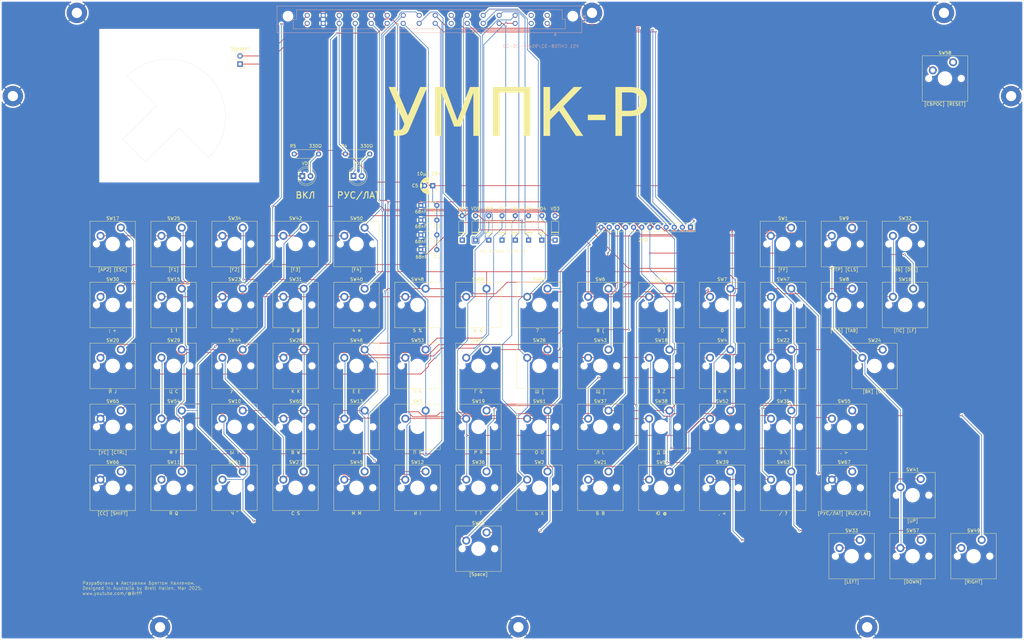
<source format=kicad_pcb>
(kicad_pcb (version 20241229) (generator "pcbnew") (generator_version "9.0")
  (layers (0 "F.Cu" signal) (2 "B.Cu" signal) (13 "F.Paste" user) (15 "B.Paste" user) (5 "F.SilkS" user "F.Silkscreen") (7 "B.SilkS" user "B.Silkscreen") (1 "F.Mask" user) (3 "B.Mask" user) (25 "Edge.Cuts" user))
  (net 0 "")
  (net 1 "B32_+12V")
  (net 2 "A32_SND")
  (net 3 "A30_GND")
  (net 4 "A28_+5V")
  (net 5 "Net-(VD2-A)")
  (net 6 "Net-(VD1-A)")
  (net 7 "B16_PC5")
  (net 8 "B22_PB2")
  (net 9 "A24_PB1")
  (net 10 "A20_PB5")
  (net 11 "A16_PC6")
  (net 12 "B20_PB4")
  (net 13 "B14_PC7")
  (net 14 "B18_PB6")
  (net 15 "B24_PB0")
  (net 16 "A22_PB3")
  (net 17 "A18_PB7")
  (net 18 "Net-(VD9-A)")
  (net 19 "Net-(VD8-A)")
  (net 20 "Net-(VD7-A)")
  (net 21 "Net-(VD6-A)")
  (net 22 "Net-(VD5-A)")
  (net 23 "Net-(VD4-A)")
  (net 24 "Net-(VD3-A)")
  (net 25 "B2_RES")
  (net 26 "A2_RES")
  (net 27 "A26_BPC3")
  (net 28 "A12_PA1")
  (net 29 "B10_PA2")
  (net 30 "A10_PA3")
  (net 31 "B8_PA4")
  (net 32 "A8_PA5")
  (net 33 "B6_PA6")
  (net 34 "A6_PA7")
  (net 35 "B12_PA0")
  (footprint "PCM_Switch_Keyboard_Cherry_MX:SW_Cherry_MX_PCB_1.00u" (layer "F.Cu") (at 254.23 147.825)
    (property "Reference" "SW18")
    (property "Value" "З Z")
  )
  (footprint "LED_THT:LED_D5.0mm" (layer "F.Cu") (at 142.04 88.5)
    (property "Reference" "VD1")
    (property "Value" "ВКЛ")
  )
  (footprint "PCM_Switch_Keyboard_Cherry_MX:SW_Cherry_MX_PCB_1.00u" (layer "F.Cu") (at 216.13 166.875)
    (property "Reference" "SW61")
    (property "Value" "О O")
  )
  (footprint "PCM_Switch_Keyboard_Cherry_MX:SW_Cherry_MX_PCB_1.00u" (layer "F.Cu") (at 197.08 147.825)
    (property "Reference" "SW62")
    (property "Value" "Г G")
  )
  (footprint "PCM_Switch_Keyboard_Cherry_MX:SW_Cherry_MX_PCB_1.00u" (layer "F.Cu") (at 351.83 207.3)
    (property "Reference" "SW49")
    (property "Value" "[RIGHT]")
  )
  (footprint "PCM_Switch_Keyboard_Cherry_MX:SW_Cherry_MX_PCB_1.00u" (layer "F.Cu") (at 254.23 185.925)
    (property "Reference" "SW5")
    (property "Value" "Ю @")
  )
  (footprint "Capacitor_THT:C_Disc_D4.3mm_W1.9mm_P5.00mm" (layer "F.Cu") (at 184.08 111.5 180)
    (property "Reference" "C1")
    (property "Value" "68nF")
  )
  (footprint "MountingHole:MountingHole_3.2mm_M3_Pad" (layer "F.Cu") (at 97.58 229.5)
    (property "Reference" "H8" (hide yes))
    (property "Value" "MountingHole_Pad" (hide yes))
  )
  (footprint "PCM_Switch_Keyboard_Cherry_MX:SW_Cherry_MX_PCB_1.00u" (layer "F.Cu") (at 311.38 185.925)
    (property "Reference" "SW67")
    (property "Value" "[РУС/ЛАТ] [RUS/LAT]")
  )
  (footprint "MountingHole:MountingHole_3.2mm_M3_Pad" (layer "F.Cu") (at 209.58 229.5)
    (property "Reference" "H6" (hide yes))
    (property "Value" "MountingHole_Pad" (hide yes))
  )
  (footprint "MountingHole:MountingHole_3.2mm_M3_Pad" (layer "F.Cu") (at 71.58 37.5)
    (property "Reference" "H2" (hide yes))
    (property "Value" "MountingHole_Pad" (hide yes))
  )
  (footprint "PCM_Switch_Keyboard_Cherry_MX:SW_Cherry_MX_PCB_1.00u" (layer "F.Cu") (at 311.38 166.875)
    (property "Reference" "SW55")
    (property "Value" ". >")
  )
  (footprint "PCM_Switch_Keyboard_Cherry_MX:SW_Cherry_MX_PCB_1.00u" (layer "F.Cu") (at 158.98 185.925)
    (property "Reference" "SW45")
    (property "Value" "М M")
  )
  (footprint "PCM_Switch_Keyboard_Cherry_MX:SW_Cherry_MX_PCB_1.00u" (layer "F.Cu") (at 216.13 128.775)
    (property "Reference" "SW64")
    (property "Value" "7 '")
  )
  (footprint "Diode_THT:D_DO-35_SOD27_P7.62mm_Horizontal" (layer "F.Cu") (at 221.0314 108.51 90)
    (property "Reference" "VD3")
    (property "Value" "1N4148" (hide yes))
  )
  (footprint "PCM_Switch_Keyboard_Cherry_MX:SW_Cherry_MX_PCB_1.00u" (layer "F.Cu") (at 139.93 185.925)
    (property "Reference" "SW27")
    (property "Value" "С S")
  )
  (footprint "Diode_THT:D_DO-35_SOD27_P7.62mm_Horizontal" (layer "F.Cu") (at 200.3171 108.51 90)
    (property "Reference" "VD8")
    (property "Value" "1N4148" (hide yes))
  )
  (footprint "Capacitor_THT:C_Disc_D4.3mm_W1.9mm_P5.00mm" (layer "F.Cu") (at 184.08 106.8875 180)
    (property "Reference" "C2")
    (property "Value" "68nF")
  )
  (footprint "Connector_PinHeader_2.54mm:PinHeader_1x02_P2.54mm_Vertical" (layer "F.Cu") (at 122.58 53.5 180)
    (property "Reference" "BF1" (hide yes))
    (property "Value" "Speaker")
  )
  (footprint "PCM_Switch_Keyboard_Cherry_MX:SW_Cherry_MX_PCB_1.00u" (layer "F.Cu") (at 120.88 109.725)
    (property "Reference" "SW34")
    (property "Value" "[F2]")
  )
  (footprint "PCM_Switch_Keyboard_Cherry_MX:SW_Cherry_MX_PCB_1.00u" (layer "F.Cu") (at 235.18 147.825)
    (property "Reference" "SW43")
    (property "Value" "Щ ]")
  )
  (footprint "PCM_Switch_Keyboard_Cherry_MX:SW_Cherry_MX_PCB_1.00u" (layer "F.Cu") (at 216.13 185.925)
    (property "Reference" "SW2")
    (property "Value" "Ь X")
  )
  (footprint "Diode_THT:D_DO-35_SOD27_P7.62mm_Horizontal" (layer "F.Cu") (at 192.0314 108.51 90)
    (property "Reference" "VD10")
    (property "Value" "1N4148" (hide yes))
  )
  (footprint "PCM_Switch_Keyboard_Cherry_MX:SW_Cherry_MX_PCB_1.00u" (layer "F.Cu") (at 292.33 166.875)
    (property "Reference" "SW35")
    (property "Value" "Э \\")
  )
  (footprint "Diode_THT:D_DO-35_SOD27_P7.62mm_Horizontal" (layer "F.Cu") (at 208.6029 108.51 90)
    (property "Reference" "VD6")
    (property "Value" "1N4148" (hide yes))
  )
  (footprint "PCM_Switch_Keyboard_Cherry_MX:SW_Cherry_MX_PCB_1.00u" (layer "F.Cu") (at 313.73 207.3)
    (property "Reference" "SW33")
    (property "Value" "[LEFT]")
  )
  (footprint "PCM_Switch_Keyboard_Cherry_MX:SW_Cherry_MX_PCB_1.00u" (layer "F.Cu") (at 216.13 147.825)
    (property "Reference" "SW26")
    (property "Value" "Ш [")
  )
  (footprint "PCM_Switch_Keyboard_Cherry_MX:SW_Cherry_MX_PCB_1.00u" (layer "F.Cu") (at 101.83 166.875)
    (property "Reference" "SW54")
    (property "Value" "Ф F")
  )
  (footprint "PCM_Switch_Keyboard_Cherry_MX:SW_Cherry_MX_PCB_1.00u" (layer "F.Cu") (at 342.9 58)
    (property "Reference" "SW58")
    (property "Value" "[СБРОС] [RESET]")
  )
  (footprint "PCM_Switch_Keyboard_Cherry_MX:SW_Cherry_MX_PCB_1.00u" (layer "F.Cu") (at 311.38 128.775)
    (property "Reference" "SW8")
    (property "Value" "[ТАБ] [TAB]")
  )
  (footprint "MountingHole:MountingHole_3.2mm_M3_Pad" (layer "F.Cu") (at 363.58 63.5)
    (property "Reference" "H5" (hide yes))
    (property "Value" "MountingHole_Pad" (hide yes))
  )
  (footprint "Resistor_THT:R_Axial_DIN0207_L6.3mm_D2.5mm_P7.62mm_Horizontal" (layer "F.Cu") (at 163.125 81.6 180)
    (property "Reference" "R4")
    (property "Value" "330Ω")
  )
  (footprint "PCM_Switch_Keyboard_Cherry_MX:SW_Cherry_MX_PCB_1.00u" (layer "F.Cu") (at 120.88 128.775)
    (property "Reference" "SW23")
    (property "Value" "2 \"")
  )
  (footprint "PCM_Switch_Keyboard_Cherry_MX:SW_Cherry_MX_PCB_1.00u" (layer "F.Cu") (at 139.9767 166.875)
    (property "Reference" "SW60")
    (property "Value" "В W")
  )
  (footprint "PCM_Switch_Keyboard_Cherry_MX:SW_Cherry_MX_PCB_1.00u" (layer "F.Cu") (at 82.78 166.875)
    (property "Reference" "SW65")
    (property "Value" "[УС] [CTRL]")
  )
  (footprint "PCM_Switch_Keyboard_Cherry_MX:SW_Cherry_MX_PCB_1.00u" (layer "F.Cu") (at 254.23 166.875)
    (property "Reference" "SW38")
    (property "Value" "Д D")
  )
  (footprint "PCM_Switch_Keyboard_Cherry_MX:SW_Cherry_MX_PCB_1.00u" (layer "F.Cu") (at 254.23 128.775)
    (property "Reference" "SW14")
    (property "Value" "9 )")
  )
  (footprint "PCM_Switch_Keyboard_Cherry_MX:SW_Cherry_MX_PCB_1.00u" (layer "F.Cu") (at 101.83 109.725)
    (property "Reference" "SW25")
    (property "Value" "[F1]")
  )
  (footprint "MountingHole:MountingHole_3.2mm_M3_Pad" (layer "F.Cu") (at 51.58 63.5)
    (property "Reference" "H1" (hide yes))
    (property "Value" "MountingHole_Pad" (hide yes))
  )
  (footprint "PCM_Switch_Keyboard_Cherry_MX:SW_Cherry_MX_PCB_1.00u" (layer "F.Cu") (at 235.18 128.775)
    (property "Reference" "SW6")
    (property "Value" "8 (")
  )
  (footprint "PCM_Switch_Keyboard_Cherry_MX:SW_Cherry_MX_PCB_1.00u" (layer "F.Cu") (at 139.9826 147.825)
    (property "Reference" "SW28")
    (property "Value" "К K")
  )
  (footprint "PCM_Switch_Keyboard_Cherry_MX:SW_Cherry_MX_PCB_1.00u" (layer "F.Cu") (at 158.98 109.725)
    (property "Reference" "SW50")
    (property "Value" "[F4]")
  )
  (footprint "PCM_Switch_Keyboard_Cherry_MX:SW_Cherry_MX_PCB_1.00u" (layer "F.Cu") (at 292.33 147.825)
    (property "Reference" "SW22")
    (property "Value" ": *")
  )
  (footprint "MountingHole:MountingHole_3.2mm_M3_Pad" (layer "F.Cu") (at 342.58 37.5)
    (property "Reference" "H4" (hide yes))
    (property "Value" "MountingHole_Pad" (hide yes))
  )
  (footprint "PCM_Switch_Keyboard_Cherry_MX:SW_Cherry_MX_PCB_1.00u" (layer "F.Cu") (at 101.83 185.925)
    (property "Reference" "SW11")
    (property "Value" "Я Q")
  )
  (footprint "Capacitor_THT:C_Disc_D4.3mm_W1.9mm_P5.00mm" (layer "F.Cu") (at 184.08 97.6625 180)
    (property "Reference" "C4")
    (property "Value" "68nF")
  )
  (footprint "PCM_Switch_Keyboard_Cherry_MX:SW_Cherry_MX_PCB_1.00u" (layer "F.Cu") (at 178.0501 166.875)
    (property "Reference" "SW3")
    (property "Value" "П P")
  )
  (footprint "PCM_Switch_Keyboard_Cherry_MX:SW_Cherry_MX_PCB_1.00u" (layer "F.Cu") (at 178.03 185.925)
    (property "Reference" "SW12")
    (property "Value" "И I")
  )
  (footprint "PCM_Switch_Keyboard_Cherry_MX:SW_Cherry_MX_PCB_1.00u" (layer "F.Cu") (at 330.43 128.775)
    (property "Reference" "SW16")
    (property "Value" "[ПС] [LF]")
  )
  (footprint "PCM_Switch_Keyboard_Cherry_MX:SW_Cherry_MX_PCB_1.00u" (layer "F.Cu") (at 139.93 128.775)
    (property "Reference" "SW31")
    (property "Value" "3 #")
  )
  (footprint "PCM_Switch_Keyboard_Cherry_MX:SW_Cherry_MX_PCB_1.00u" (layer "F.Cu") (at 273.28 147.825)
    (property "Reference" "SW4")
    (property "Value" "Х H")
  )
  (footprint "PCM_Switch_Keyboard_Cherry_MX:SW_Cherry_MX_PCB_1.00u" (layer "F.Cu") (at 235.18 166.875)
    (property "Reference" "SW37")
    (property "Value" "Л L")
  )
  (footprint "PCM_Switch_Keyboard_Cherry_MX:SW_Cherry_MX_PCB_1.00u" (layer "F.Cu") (at 292.33 128.775)
    (property "Reference" "SW47")
    (property "Value" "- =")
  )
  (footprint "PCM_Switch_Keyboard_Cherry_MX:SW_Cherry_MX_PCB_2.25u" (layer "F.Cu") (at 197.08 204.975)
    (property "Reference" "SW59")
    (property "Value" "[Space]")
  )
  (footprint "PCM_Switch_Keyboard_Cherry_MX:SW_Cherry_MX_PCB_1.00u" (layer "F.Cu") (at 273.28 166.875)
    (property "Reference" "SW52")
    (property "Value" "Ж V")
  )
  (footprint "Capacitor_THT:C_Disc_D4.3mm_W1.9mm_P5.00mm" (layer "F.Cu") (at 184.08 102.275 180)
    (property "Reference" "C3")
    (property "Value" "68nF")
  )
  (footprint "PCM_Switch_Keyboard_Cherry_MX:SW_Cherry_MX_PCB_1.00u" (layer "F.Cu") (at 197.08 128.775)
    (property "Reference" "SW56")
    (property "Value" "6 &")
  )
  (footprint "PCM_Switch_Keyboard_Cherry_MX:SW_Cherry_MX_PCB_1.00u" (layer "F.Cu") (at 82.78 128.775)
    (property "Reference" "SW30")
    (property "Value" "; +")
  )
  (footprint "MountingHole:MountingHole_3.2mm_M3" (layer "F.Cu") (at 121.2577 84.1066 -45)
    (property "Reference" "H10" (hide yes))
    (property "Value" "MountingHole" (hide yes))
  )
  (footprint "PCM_Switch_Keyboard_Cherry_MX:SW_Cherry_MX_PCB_1.00u" (layer "F.Cu") (at 197.08 185.925)
    (property "Reference" "SW36")
    (property "Value" "Т T")
  )
  (footprint "PCM_Switch_Keyboard_Cherry_MX:SW_Cherry_MX_PCB_1.00u" (layer "F.Cu") (at 120.8767 166.875)
    (property "Reference" "SW10")
    (property "Value" "Ы Y")
  )
  (footprint "PCM_Switch_Keyboard_Cherry_MX:SW_Cherry_MX_PCB_1.00u" (layer "F.Cu") (at 120.88 147.825)
    (property "Reference" "SW44")
    (property "Value" "У U")
  )
  (footprint "PCM_Switch_Keyboard_Cherry_MX:SW_Cherry_MX_PCB_1.00u" (layer "F.Cu") (at 159.01 166.875)
    (property "Reference" "SW13")
    (property "Value" "А A")
  )
  (footprint "PCM_Switch_Keyboard_Cherry_MX:SW_Cherry_MX_PCB_1.00u" (layer "F.Cu") (at 158.98 128.775)
    (property "Reference" "SW40")
    (property "Value" "4 ¤")
  )
  (footprint "MountingHole:MountingHole_3.2mm_M3_Pad" (layer "F.Cu") (at 232.58 37.5)
    (property "Reference" "H3" (hide yes))
    (property "Value" "MountingHole_Pad" (hide yes))
  )
  (footprint "PCM_Switch_Keyboard_Cherry_MX:SW_Cherry_MX_PCB_1.00u" (layer "F.Cu") (at 82.78 147.825)
    (property "Reference" "SW20")
    (property "Value" "Й J")
  )
  (footprint "LED_THT:LED_D5.0mm" (layer "F.Cu") (at 158.04 88.5)
    (property "Reference" "VD2")
    (property "Value" "РУС/ЛАТ")
  )
  (footprint "PCM_Switch_Keyboard_Cherry_MX:SW_Cherry_MX_PCB_1.00u" (layer "F.Cu") (at 101.83 147.825)
    (property "Reference" "SW29")
    (property "Value" "Ц C")
  )
  (footprint "PCM_Switch_Keyboard_Cherry_MX:SW_Cherry_MX_PCB_1.00u" (layer "F.Cu") (at 82.78 109.725)
    (property "Reference" "SW17")
    (property "Value" "[АР2] [ESC]")
  )
  (footprint "Resistor_THT:R_Axial_DIN0207_L6.3mm_D2.5mm_P7.62mm_Horizontal" (layer "F.Cu") (at 147.125 81.6 180)
    (property "Reference" "R5")
    (property "Value" "330Ω")
  )
  (footprint "PCM_Switch_Keyboard_Cherry_MX:SW_Cherry_MX_PCB_1.00u" (layer "F.Cu") (at 178.03 128.775)
    (property "Reference" "SW48")
    (property "Value" "5 %")
  )
  (footprint "PCM_Switch_Keyboard_Cherry_MX:SW_Cherry_MX_PCB_1.00u" (layer "F.Cu") (at 311.3241 109.725)
    (property "Reference" "SW9")
    (property "Value" "[СТР] [CLS]")
  )
  (footprint "PCM_Switch_Keyboard_Cherry_MX:SW_Cherry_MX_PCB_1.00u" (layer "F.Cu") (at 292.2741 109.725)
    (property "Reference" "SW1")
    (property "Value" "[FF]")
  )
  (footprint "PCM_Switch_Keyboard_Cherry_MX:SW_Cherry_MX_PCB_1.00u" (layer "F.Cu") (at 101.83 128.775)
    (property "Reference" "SW15")
    (property "Value" "1 !")
  )
  (footprint "Diode_THT:D_DO-35_SOD27_P7.62mm_Horizontal" (layer "F.Cu") (at 196.1743 108.51 90)
    (property "Reference" "VD9")
    (property "Value" "1N4148" (hide yes))
  )
  (footprint "PCM_Switch_Keyboard_Cherry_MX:SW_Cherry_MX_PCB_1.00u" (layer "F.Cu") (at 273.28 128.775)
    (property "Reference" "SW7")
    (property "Value" "0")
  )
  (footprint "PCM_Switch_Keyboard_Cherry_MX:SW_Cherry_MX_PCB_1.00u" (layer "F.Cu") (at 158.98 147.825)
    (property "Reference" "SW46")
    (property "Value" "Е E")
  )
  (footprint "Diode_THT:D_DO-35_SOD27_P7.62mm_Horizontal" (layer "F.Cu") (at 216.8886 108.51 90)
    (property "Reference" "VD4")
    (property "Value" "1N4148" (hide yes))
  )
  (footprint "Capacitor_THT:CP_Radial_D5.0mm_P2.50mm" (layer "F.Cu") (at 182.7851 91.5 180)
    (property "Reference" "C5")
    (property "Value" "10µF 16V")
  )
  (footprint "Resistor_THT:R_Array_SIP12" (layer "F.Cu") (at 263.36 104.5 180)
    (property "Reference" "RN2" (hide yes))
    (property "Value" "2KΩ")
  )
  (footprint "PCM_Switch_Keyboard_Cherry_MX:SW_Cherry_MX_PCB_2.00u" (layer "F.Cu") (at 320.8957 147.843)
    (property "Reference" "SW24")
    (property "Value" "[ВК] [CR]")
  )
  (footprint "PCM_Switch_Keyboard_Cherry_MX:SW_Cherry_MX_PCB_1.00u" (layer "F.Cu") (at 139.93 109.725)
    (property "Reference" "SW42")
    (property "Value" "[F3]")
  )
  (footprint "MountingHole:MountingHole_3.2mm_M3" (layer "F.Cu") (at 85.9023 48.7513 -45)
    (property "Reference" "H9" (hide yes))
    (property "Value" "MountingHole" (hide yes))
  )
  (footprint "PCM_Switch_Keyboard_Cherry_MX:SW_Cherry_MX_PCB_1.00u" (layer "F.Cu") (at 178.03 147.825)
    (property "Reference" "SW53")
    (property "Value" "Н N")
  )
  (footprint "PCM_Switch_Keyboard_Cherry_MX:SW_Cherry_MX_PCB_1.00u" (layer "F.Cu") (at 292.33 185.925)
    (property "Reference" "SW63")
    (property "Value" "/ ?")
  )
  (footprint "PCM_Switch_Keyboard_Cherry_MX:SW_Cherry_MX_PCB_1.00u" (layer "F.Cu") (at 82.78 185.925)
    (property "Reference" "SW66")
    (property "Value" "[СС] [SHIFT]")
  )
  (footprint "PCM_Switch_Keyboard_Cherry_MX:SW_Cherry_MX_PCB_1.00u" (layer "F.Cu") (at 235.18 185.925)
    (property "Reference" "SW21")
    (property "Value" "Б B")
  )
  (footprint "PCM_Switch_Keyboard_Cherry_MX:SW_Cherry_MX_PCB_1.00u" (layer "F.Cu") (at 332.78 207.3)
    (property "Reference" "SW57")
    (property "Value" "[DOWN]")
  )
  (footprint "MountingHole:MountingHole_3.2mm_M3_Pad" (layer "F.Cu") (at 318.58 229.5)
    (property "Reference" "H7" (hide yes))
    (property "Value" "MountingHole_Pad" (hide yes))
  )
  (footprint "PCM_Switch_Keyboard_Cherry_MX:SW_Cherry_MX_PCB_1.00u" (layer "F.Cu") (at 273.28 185.925)
    (property "Reference" "SW39")
    (property "Value" ", <")
  )
  (footprint "PCM_Switch_Keyboard_Cherry_MX:SW_Cherry_MX_PCB_1.00u" (layer "F.Cu") (at 197.08 166.875)
    (property "Reference" "SW19")
    (property "Value" "Р R")
  )
  (footprint "PCM_Switch_Keyboard_Cherry_MX:SW_Cherry_MX_PCB_1.00u" (layer "F.Cu") (at 332.78 188.25)
    (property "Reference" "SW41")
    (property "Value" "[UP]")
  )
  (footprint "Diode_THT:D_DO-35_SOD27_P7.62mm_Horizontal" (layer "F.Cu") (at 212.7457 108.51 90)
    (property "Reference" "VD5")
    (property "Value" "1N4148" (hide yes))
  )
  (footprint "Diode_THT:D_DO-35_SOD27_P7.62mm_Horizontal" (layer "F.Cu") (at 204.46 108.51 90)
    (property "Reference" "VD7")
    (property "Value" "1N4148" (hide yes))
  )
  (footprint "PCM_Switch_Keyboard_Cherry_MX:SW_Cherry_MX_PCB_1.00u" (layer "F.Cu") (at 330.43 109.725)
    (property "Reference" "SW32")
    (property "Value" "[ЭБ] [DEL]")
  )
  (footprint "PCM_Switch_Keyboard_Cherry_MX:SW_Cherry_MX_PCB_1.00u" (layer "F.Cu") (at 120.88 185.925)
    (property "Reference" "SW51")
    (property "Value" "Ч ^")
  )
  (footprint "Connector_DIN:DIN41612_B_2x32_Female_Vertical_THT" (layer "B.Cu") (at 221.11 40.7701 90)
    (property "Reference" "XS1")
    (property "Value" "СНП58-32/95x9P-20-20" (hide yes))
  )
  (gr_line (start 92.973398 84.106602) (end 103.58 73.5) (stroke (width 0.05)) (layer "Edge.Cuts"))
  (gr_line (start 366.58 233.5) (end 48.58 233.5) (stroke (width 0.05)) (layer "Edge.Cuts"))
  (gr_line (start 85.90233 77.035534) (end 92.973398 84.106602) (stroke (width 0.05)) (layer "Edge.Cuts"))
  (gr_line (start 103.58 73.5) (end 112.772388 82.692388) (stroke (width 0.05)) (layer "Edge.Cuts"))
  (gr_line (start 47.58 232.5) (end 47.58 34.5) (stroke (width 0.05)) (layer "Edge.Cuts"))
  (gr_line (start 96.508932 66.428932) (end 85.90233 77.035534) (stroke (width 0.05)) (layer "Edge.Cuts"))
  (gr_arc (start 366.58 33.5) (mid 367.287107 33.792893) (end 367.58 34.5) (stroke (width 0.05)) (layer "Edge.Cuts"))
  (gr_line (start 367.58 34.5) (end 367.58 232.5) (stroke (width 0.05)) (layer "Edge.Cuts"))
  (gr_line (start 48.58 33.5) (end 366.58 33.5) (stroke (width 0.05)) (layer "Edge.Cuts"))
  (gr_arc (start 48.58 233.5) (mid 47.872893 233.207107) (end 47.58 232.5) (stroke (width 0.05)) (layer "Edge.Cuts"))
  (gr_arc (start 367.58 232.5) (mid 367.287107 233.207107) (end 366.58 233.5) (stroke (width 0.05)) (layer "Edge.Cuts"))
  (gr_line (start 87.316544 57.236544) (end 96.508932 66.428932) (stroke (width 0.05)) (layer "Edge.Cuts"))
  (gr_arc (start 87.316544 57.236544) (mid 112.772388 57.236544) (end 112.772388 82.692388) (stroke (width 0.05)) (layer "Edge.Cuts"))
  (gr_arc (start 47.58 34.5) (mid 47.872893 33.792893) (end 48.58 33.5) (stroke (width 0.05)) (layer "Edge.Cuts"))
  (gr_text "Разработано в Австралии Бреттом Халленом.\nDesigned in Australia by Brett Hallen, Mar 2025.\nwww.youtube.com/@Brfff" (at 73.255 219.5 0) (layer "F.SilkS") (effects (font (size 1 1) (thickness 0.1)) (justify left bottom)))
  (gr_text "УМПК-Р" (at 209.58 78.5 0) (layer "F.SilkS") (effects (font (size 15 15) (thickness 0.1)) (justify bottom)))
  (gr_text "All diodes 1N4148" (at 197.58 112.5 0) (layer "F.SilkS") (effects (font (size 1 1) (thickness 0.1)) (justify left bottom)))
  (gr_text "XS1 СНП58-32/95x9P-20-20" (at 228.58 48.5 0) (layer "B.SilkS") (effects (font (size 1 1) (thickness 0.1)) (justify left bottom mirror)))
  (segment (start 130.8801 50.96) (end 122.58 50.96) (width 0.2) (layer "F.Cu") (net 1))
  (segment (start 143.57 38.2701) (end 130.8801 50.96) (width 0.2) (layer "F.Cu") (net 1))
  (segment (start 130.8401 53.5) (end 122.58 53.5) (width 0.2) (layer "F.Cu") (net 2))
  (segment (start 143.57 40.7701) (end 130.8401 53.5) (width 0.2) (layer "F.Cu") (net 2))
  (segment (start 182.7851 91.5) (end 253.3896 91.5) (width 0.2) (layer "F.Cu") (net 4))
  (segment (start 140.6067 81.6) (end 141.7307 80.476) (width 0.2) (layer "F.Cu") (net 4))
  (segment (start 155.2996 81.6) (end 154.4033 81.6) (width 0.2) (layer "F.Cu") (net 4))
  (segment (start 181.6834 91.2245) (end 181.6834 91.5) (width 0.2) (layer "F.Cu") (net 4))
  (segment (start 253.3896 91.5) (end 264.4435 102.5539) (width 0.2) (layer "F.Cu") (net 4))
  (segment (start 182.7851 91.5) (end 181.6834 91.5) (width 0.2) (layer "F.Cu") (net 4))
  (segment (start 155.2996 81.6) (end 155.505 81.6) (width 0.2) (layer "F.Cu") (net 4))
  (segment (start 141.7307 80.476) (end 153.2793 80.476) (width 0.2) (layer "F.Cu") (net 4))
  (segment (start 155.505 81.6) (end 156.6067 81.6) (width 0.2) (layer "F.Cu") (net 4))
  (segment (start 139.505 81.6) (end 140.6067 81.6) (width 0.2) (layer "F.Cu") (net 4))
  (segment (start 153.2793 80.476) (end 154.4033 81.6) (width 0.2) (layer "F.Cu") (net 4))
  (segment (start 156.6067 81.6) (end 165.405 90.3983) (width 0.2) (layer "F.Cu") (net 4))
  (segment (start 165.405 90.3983) (end 180.8572 90.3983) (width 0.2) (layer "F.Cu") (net 4))
  (segment (start 180.8572 90.3983) (end 181.6834 91.2245) (width 0.2) (layer "F.Cu") (net 4))
  (via (at 264.4435 102.5539) (size 0.6) (drill 0.3) (layers "F.Cu" "B.Cu") (net 4))
  (segment (start 153.57 40.7701) (end 153.57 78.5633) (width 0.2) (layer "B.Cu") (net 4))
  (segment (start 264.4435 102.5539) (end 263.5991 103.3983) (width 0.2) (layer "B.Cu") (net 4))
  (segment (start 184.08 106.8875) (end 184.08 111.5) (width 0.2) (layer "B.Cu") (net 4))
  (segment (start 182.7851 96.3676) (end 184.08 97.6625) (width 0.2) (layer "B.Cu") (net 4))
  (segment (start 155.505 81.6) (end 155.505 80.4983) (width 0.2) (layer "B.Cu") (net 4))
  (segment (start 182.7851 91.5) (end 182.7851 96.3676) (width 0.2) (layer "B.Cu") (net 4))
  (segment (start 263.5991 103.3983) (end 263.36 103.3983) (width 0.2) (layer "B.Cu") (net 4))
  (segment (start 184.08 97.6625) (end 184.08 102.275) (width 0.2) (layer "B.Cu") (net 4))
  (segment (start 263.36 104.5) (end 263.36 103.3983) (width 0.2) (layer "B.Cu") (net 4))
  (segment (start 153.57 78.5633) (end 155.505 80.4983) (width 0.2) (layer "B.Cu") (net 4))
  (segment (start 184.08 102.275) (end 184.08 106.8875) (width 0.2) (layer "B.Cu") (net 4))
  (segment (start 153.57 38.2701) (end 153.57 40.7701) (width 0.2) (layer "B.Cu") (net 4))
  (segment (start 160.58 84.145) (end 160.58 88.5) (width 0.2) (layer "B.Cu") (net 5))
  (segment (start 163.125 81.6) (end 160.58 84.145) (width 0.2) (layer "B.Cu") (net 5))
  (segment (start 144.58 84.145) (end 144.58 88.5) (width 0.2) (layer "B.Cu") (net 6))
  (segment (start 147.125 81.6) (end 144.58 84.145) (width 0.2) (layer "B.Cu") (net 6))
  (segment (start 188.1785 42.8786) (end 183.57 38.2701) (width 0.2) (layer "F.Cu") (net 7))
  (segment (start 179.7526 175.2906) (end 90.8744 175.2906) (width 0.2) (layer "F.Cu") (net 7))
  (segment (start 90.8744 175.2906) (end 85.32 180.845) (width 0.2) (layer "F.Cu") (net 7))
  (segment (start 251.486 42.8786) (end 188.1785 42.8786) (width 0.2) (layer "F.Cu") (net 7))
  (segment (start 251.575 42.7896) (end 251.486 42.8786) (width 0.2) (layer "F.Cu") (net 7))
  (via (at 179.7526 175.2906) (size 0.6) (drill 0.3) (layers "F.Cu" "B.Cu") (net 7))
  (via (at 251.575 42.7896) (size 0.6) (drill 0.3) (layers "F.Cu" "B.Cu") (net 7))
  (segment (start 183.57 38.2701) (end 185.6552 40.3553) (width 0.2) (layer "B.Cu") (net 7))
  (segment (start 258.28 104.5) (end 258.28 103.3983) (width 0.2) (layer "B.Cu") (net 7))
  (segment (start 185.6552 40.3553) (end 185.6552 171.1904) (width 0.2) (layer "B.Cu") (net 7))
  (segment (start 180.3985 175.9365) (end 179.7526 175.2906) (width 0.2) (layer "B.Cu") (net 7))
  (segment (start 185.6552 171.1904) (end 180.9091 175.9365) (width 0.2) (layer "B.Cu") (net 7))
  (segment (start 251.575 96.6933) (end 251.575 42.7896) (width 0.2) (layer "B.Cu") (net 7))
  (segment (start 258.28 103.3983) (end 251.575 96.6933) (width 0.2) (layer "B.Cu") (net 7))
  (segment (start 180.9091 175.9365) (end 180.3985 175.9365) (width 0.2) (layer "B.Cu") (net 7))
  (segment (start 89.2914 121.5401) (end 121.2651 121.5401) (width 0.2) (layer "F.Cu") (net 8))
  (segment (start 309.1619 142.763) (end 280.2238 142.763) (width 0.2) (layer "F.Cu") (net 8))
  (segment (start 270.5338 142.745) (end 256.77 142.745) (width 0.2) (layer "F.Cu") (net 8))
  (segment (start 167.4349 37.135) (end 141.7607 37.135) (width 0.2) (layer "F.Cu") (net 8))
  (segment (start 294.888 142.763) (end 294.87 142.745) (width 0.2) (layer "F.Cu") (net 8))
  (segment (start 141.7607 37.135) (end 137.9242 40.9715) (width 0.2) (layer "F.Cu") (net 8))
  (segment (start 248.12 104.5) (end 247.0183 104.5) (width 0.2) (layer "F.Cu") (net 8))
  (segment (start 167.5658 98.9174) (end 166.6093 97.9609) (width 0.2) (layer "F.Cu") (net 8))
  (segment (start 247.0183 104.2745) (end 241.6612 98.9174) (width 0.2) (layer "F.Cu") (net 8))
  (segment (start 309.1619 142.763) (end 294.888 142.763) (width 0.2) (layer "F.Cu") (net 8))
  (segment (start 201.6182 159.7968) (end 199.62 161.795) (width 0.2) (layer "F.Cu") (net 8))
  (segment (start 166.6093 97.9609) (end 132.7691 97.9609) (width 0.2) (layer "F.Cu") (net 8))
  (segment (start 121.2651 121.5401) (end 123.42 123.695) (width 0.2) (layer "F.Cu") (net 8))
  (segment (start 245.9885 159.7968) (end 201.6182 159.7968) (width 0.2) (layer "F.Cu") (net 8))
  (segment (start 246.4879 160.2962) (end 245.9885 159.7968) (width 0.2) (layer "F.Cu") (net 8))
  (segment (start 168.57 38.2701) (end 167.4349 37.135) (width 0.2) (layer "F.Cu") (net 8))
  (segment (start 323.4357 142.763) (end 309.1619 142.763) (width 0.2) (layer "F.Cu") (net 8))
  (segment (start 280.2238 142.763) (end 278.6784 144.3084) (width 0.2) (layer "F.Cu") (net 8))
  (segment (start 247.0183 104.5) (end 247.0183 104.2745) (width 0.2) (layer "F.Cu") (net 8))
  (segment (start 272.0972 144.3084) (end 270.5338 142.745) (width 0.2) (layer "F.Cu") (net 8))
  (segment (start 137.9242 40.9715) (end 135.4669 40.9715) (width 0.2) (layer "F.Cu") (net 8))
  (segment (start 278.6784 144.3084) (end 272.0972 144.3084) (width 0.2) (layer "F.Cu") (net 8))
  (segment (start 241.6612 98.9174) (end 167.5658 98.9174) (width 0.2) (layer "F.Cu") (net 8))
  (via (at 132.7691 97.9609) (size 0.6) (drill 0.3) (layers "F.Cu" "B.Cu") (net 8))
  (via (at 246.4879 160.2962) (size 0.6) (drill 0.3) (layers "F.Cu" "B.Cu") (net 8))
  (via (at 89.2914 121.5401) (size 0.6) (drill 0.3) (layers "F.Cu" "B.Cu") (net 8))
  (via (at 135.4669 40.9715) (size 0.6) (drill 0.3) (layers "F.Cu" "B.Cu") (net 8))
  (segment (start 89.2914 138.7736) (end 85.32 142.745) (width 0.2) (layer "B.Cu") (net 8))
  (segment (start 251.7772 122.6809) (end 256.8694 127.7731) (width 0.2) (layer "B.Cu") (net 8))
  (segment (start 248.12 119.0237) (end 251.7772 122.6809) (width 0.2) (layer "B.Cu") (net 8))
  (segment (start 246.4879 172.0771) (end 246.4879 160.2962) (width 0.2) (layer "B.Cu") (net 8))
  (segment (start 135.4669 95.2631) (end 135.4669 40.9715) (width 0.2) (layer "B.Cu") (net 8))
  (segment (start 248.12 104.5) (end 248.12 119.0237) (width 0.2) (layer "B.Cu") (net 8))
  (segment (start 237.72 180.845) (end 246.4879 172.0771) (width 0.2) (layer "B.Cu") (net 8))
  (segment (start 132.7691 97.9609) (end 135.4669 95.2631) (width 0.2) (layer "B.Cu") (net 8))
  (segment (start 89.2914 121.5401) (end 89.2914 138.7736) (width 0.2) (layer "B.Cu") (net 8))
  (segment (start 256.8694 142.6456) (end 256.77 142.745) (width 0.2) (layer "B.Cu") (net 8))
  (segment (start 132.7691 114.3459) (end 132.7691 97.9609) (width 0.2) (layer "B.Cu") (net 8))
  (segment (start 123.42 123.695) (end 132.7691 114.3459) (width 0.2) (layer "B.Cu") (net 8))
  (segment (start 246.4879 127.9702) (end 251.7772 122.6809) (width 0.2) (layer "B.Cu") (net 8))
  (segment (start 246.4879 160.2962) (end 246.4879 127.9702) (width 0.2) (layer "B.Cu") (net 8))
  (segment (start 85.32 104.645) (end 89.2914 108.6164) (width 0.2) (layer "B.Cu") (net 8))
  (segment (start 89.2914 108.6164) (end 89.2914 121.5401) (width 0.2) (layer "B.Cu") (net 8))
  (segment (start 256.8694 127.7731) (end 256.8694 142.6456) (width 0.2) (layer "B.Cu") (net 8))
  (segment (start 168.336 96.1033) (end 168.7864 96.5537) (width 0.2) (layer "F.Cu") (net 9))
  (segment (start 315.6029 112.5819) (end 318.702 109.4828) (width 0.2) (layer "F.Cu") (net 9))
  (segment (start 161.55 161.795) (end 123.4167 161.795) (width 0.2) (layer "F.Cu") (net 9))
  (segment (start 251.7617 104.5) (end 251.7617 104.3802) (width 0.2) (layer "F.Cu") (net 9))
  (segment (start 251.7617 104.3802) (end 243.9352 96.5537) (width 0.2) (layer "F.Cu") (net 9))
  (segment (start 166.1579 96.1033) (end 168.336 96.1033) (width 0.2) (layer "F.Cu") (net 9))
  (segment (start 318.702 109.4828) (end 322.2446 113.0255) (width 0.2) (layer "F.Cu") (net 9))
  (segment (start 322.2446 113.0255) (end 330.2807 113.0255) (width 0.2) (layer "F.Cu") (net 9))
  (segment (start 243.9352 96.5537) (end 168.7864 96.5537) (width 0.2) (layer "F.Cu") (net 9))
  (segment (start 168.1119 180.845) (end 164.6068 177.3399) (width 0.2) (layer "F.Cu") (net 9))
  (segment (start 121.3429 159.7212) (end 104.0612 159.7212) (width 0.2) (layer "F.Cu") (net 9))
  (segment (start 180.57 180.845) (end 168.1119 180.845) (width 0.2) (layer "F.Cu") (net 9))
  (segment (start 123.4167 161.795) (end 121.3429 159.7212) (width 0.2) (layer "F.Cu") (net 9))
  (segment (start 168.7864 96.5537) (end 168.7864 96.7039) (width 0.2) (layer "F.Cu") (net 9))
  (segment (start 313.8641 104.645) (end 318.702 109.4828) (width 0.2) (layer "F.Cu") (net 9))
  (segment (start 250.66 104.5) (end 251.7617 104.5) (width 0.2) (layer "F.Cu") (net 9))
  (segment (start 250.66 112.5819) (end 315.6029 112.5819) (width 0.2) (layer "F.Cu") (net 9))
  (via (at 166.1579 96.1033) (size 0.6) (drill 0.3) (layers "F.Cu" "B.Cu") (net 9))
  (via (at 164.6068 177.3399) (size 0.6) (drill 0.3) (layers "F.Cu" "B.Cu") (net 9))
  (via (at 330.2807 113.0255) (size 0.6) (drill 0.3) (layers "F.Cu" "B.Cu") (net 9))
  (via (at 250.66 112.5819) (size 0.6) (drill 0.3) (layers "F.Cu" "B.Cu") (net 9))
  (via (at 168.7864 96.7039) (size 0.6) (drill 0.3) (layers "F.Cu" "B.Cu") (net 9))
  (via (at 104.0612 159.7212) (size 0.6) (drill 0.3) (layers "F.Cu" "B.Cu") (net 9))
  (segment (start 332.97 115.7148) (end 332.97 123.695) (width 0.2) (layer "B.Cu") (net 9))
  (segment (start 330.2807 113.0255) (end 332.97 115.7148) (width 0.2) (layer "B.Cu") (net 9))
  (segment (start 162.6441 175.3772) (end 164.6068 177.3399) (width 0.2) (layer "B.Cu") (net 9))
  (segment (start 104.37 123.695) (end 105.4314 124.7564) (width 0.2) (layer "B.Cu") (net 9))
  (segment (start 105.9222 141.7952) (end 105.9222 146.7952) (width 0.2) (layer "B.Cu") (net 9))
  (segment (start 105.0741 147.6433) (end 105.0741 158.7083) (width 0.2) (layer "B.Cu") (net 9))
  (segment (start 105.4314 124.7564) (end 105.4314 141.3044) (width 0.2) (layer "B.Cu") (net 9))
  (segment (start 161.55 161.795) (end 162.644 162.889) (width 0.2) (layer "B.Cu") (net 9))
  (segment (start 104.4429 180.7721) (end 104.37 180.845) (width 0.2) (layer "B.Cu") (net 9))
  (segment (start 250.66 117.585) (end 256.77 123.695) (width 0.2) (layer "B.Cu") (net 9))
  (segment (start 105.4314 141.3044) (end 105.9222 141.7952) (width 0.2) (layer "B.Cu") (net 9))
  (segment (start 104.4429 164.586) (end 104.4429 180.7721) (width 0.2) (layer "B.Cu") (net 9))
  (segment (start 162.6441 162.889) (end 162.6441 175.3772) (width 0.2) (layer "B.Cu") (net 9))
  (segment (start 168.7864 156.7467) (end 162.6441 162.889) (width 0.2) (layer "B.Cu") (net 9))
  (segment (start 104.0612 159.7212) (end 102.7965 160.9859) (width 0.2) (layer "B.Cu") (net 9))
  (segment (start 166.1579 43.358) (end 166.1579 96.1033) (width 0.2) (layer "B.Cu") (net 9))
  (segment (start 105.0741 158.7083) (end 104.0612 159.7212) (width 0.2) (layer "B.Cu") (net 9))
  (segment (start 105.9222 146.7952) (end 105.0741 147.6433) (width 0.2) (layer "B.Cu") (net 9))
  (segment (start 162.644 162.889) (end 162.6441 162.889) (width 0.2) (layer "B.Cu") (net 9))
  (segment (start 250.66 104.5) (end 250.66 112.5819) (width 0.2) (layer "B.Cu") (net 9))
  (segment (start 250.66 112.5819) (end 250.66 117.585) (width 0.2) (layer "B.Cu") (net 9))
  (segment (start 102.7965 162.9396) (end 104.4429 164.586) (width 0.2) (layer "B.Cu") (net 9))
  (segment (start 168.7864 96.7039) (end 168.7864 156.7467) (width 0.2) (layer "B.Cu") (net 9))
  (segment (start 163.57 40.7701) (end 166.1579 43.358) (width 0.2) (layer "B.Cu") (net 9))
  (segment (start 102.7965 160.9859) (end 102.7965 162.9396) (width 0.2) (layer "B.Cu") (net 9))
  (segment (start 206.0542 121.6826) (end 202.4424 125.2944) (width 0.2) (layer "F.Cu") (net 10))
  (segment (start 159.9598 141.1848) (end 161.52 142.745) (width 0.2) (layer "F.Cu") (net 10))
  (segment (start 168.7745 123.695) (end 167.9352 124.5343) (width 0.2) (layer "F.Cu") (net 10))
  (segment (start 195.8042 125.2944) (end 194.2048 123.695) (width 0.2) (layer "F.Cu") (net 10))
  (segment (start 292.8722 121.6972) (end 240.3517 121.6972) (width 0.2) (layer "F.Cu") (net 10))
  (segment (start 239.9646 122.0843) (end 239.9646 124.0424) (width 0.2) (layer "F.Cu") (net 10))
  (segment (start 335.32 183.17) (end 310.8458 183.17) (width 0.2) (layer "F.Cu") (net 10))
  (segment (start 239.9646 122.0843) (end 239.5629 121.6826) (width 0.2) (layer "F.Cu") (net 10))
  (segment (start 124.9802 141.1848) (end 159.9598 141.1848) (width 0.2) (layer "F.Cu") (net 10))
  (segment (start 239.5629 121.6826) (end 206.0542 121.6826) (width 0.2) (layer "F.Cu") (net 10))
  (segment (start 240.3517 121.6972) (end 239.9646 122.0843) (width 0.2) (layer "F.Cu") (net 10))
  (segment (start 123.42 142.745) (end 124.9802 141.1848) (width 0.2) (layer "F.Cu") (net 10))
  (segment (start 194.2048 123.695) (end 180.57 123.695) (width 0.2) (layer "F.Cu") (net 10))
  (segment (start 202.4424 125.2944) (end 195.8042 125.2944) (width 0.2) (layer "F.Cu") (net 10))
  (segment (start 310.8458 183.17) (end 308.984 181.3082) (width 0.2) (layer "F.Cu") (net 10))
  (segment (start 308.984 181.3082) (end 303.3473 181.3082) (width 0.2) (layer "F.Cu") (net 10))
  (segment (start 294.87 123.695) (end 292.8722 121.6972) (width 0.2) (layer "F.Cu") (net 10))
  (segment (start 180.57 123.695) (end 168.7745 123.695) (width 0.2) (layer "F.Cu") (net 10))
  (via (at 239.9646 124.0424) (size 0.6) (drill 0.3) (layers "F.Cu" "B.Cu") (net 10))
  (via (at 167.9352 124.5343) (size 0.6) (drill 0.3) (layers "F.Cu" "B.Cu") (net 10))
  (via (at 303.3473 181.3082) (size 0.6) (drill 0.3) (layers "F.Cu" "B.Cu") (net 10))
  (segment (start 159.9983 162.4377) (end 161.573 164.0124) (width 0.2) (layer "B.Cu") (net 10))
  (segment (start 161.573 180.792) (end 161.52 180.845) (width 0.2) (layer "B.Cu") (net 10))
  (segment (start 303.3473 132.1723) (end 294.87 123.695) (width 0.2) (layer "B.Cu") (net 10))
  (segment (start 165.5396 146.7646) (end 165.5396 155.611) (width 0.2) (layer "B.Cu") (net 10))
  (segment (start 181.4194 48.6195) (end 181.4194 122.8456) (width 0.2) (layer "B.Cu") (net 10))
  (segment (start 161.52 142.745) (end 165.5396 146.7646) (width 0.2) (layer "B.Cu") (net 10))
  (segment (start 142.47 104.645) (end 141.3342 104.645) (width 0.2) (layer "B.Cu") (net 10))
  (segment (start 181.4194 122.8456) (end 180.57 123.695) (width 0.2) (layer "B.Cu") (net 10))
  (segment (start 130.4051 126.3454) (end 130.4051 135.7599) (width 0.2) (layer "B.Cu") (net 10))
  (segment (start 238.5156 141.9494) (end 237.72 142.745) (width 0.2) (layer "B.Cu") (net 10))
  (segment (start 239.9646 124.0424) (end 238.5156 125.4914) (width 0.2) (layer "B.Cu") (net 10))
  (segment (start 240.5 123.507) (end 239.9646 124.0424) (width 0.2) (layer "B.Cu") (net 10))
  (segment (start 238.5156 125.4914) (end 238.5156 141.9494) (width 0.2) (layer "B.Cu") (net 10))
  (segment (start 240.5 104.5) (end 240.5 123.507) (width 0.2) (layer "B.Cu") (net 10))
  (segment (start 165.5396 155.611) (end 159.9983 161.1523) (width 0.2) (layer "B.Cu") (net 10))
  (segment (start 303.3473 181.3082) (end 303.3473 132.1723) (width 0.2) (layer "B.Cu") (net 10))
  (segment (start 167.9352 124.5343) (end 167.9352 136.3298) (width 0.2) (layer "B.Cu") (net 10))
  (segment (start 167.9352 136.3298) (end 161.52 142.745) (width 0.2) (layer "B.Cu") (net 10))
  (segment (start 161.573 164.0124) (end 161.573 180.792) (width 0.2) (layer "B.Cu") (net 10))
  (segment (start 130.4051 135.7599) (end 123.42 142.745) (width 0.2) (layer "B.Cu") (net 10))
  (segment (start 173.57 40.7701) (end 181.4194 48.6195) (width 0.2) (layer "B.Cu") (net 10))
  (segment (start 136.2846 109.6946) (end 136.2846 120.4659) (width 0.2) (layer "B.Cu") (net 10))
  (segment (start 141.3342 104.645) (end 136.2846 109.6946) (width 0.2) (layer "B.Cu") (net 10))
  (segment (start 136.2846 120.4659) (end 130.4051 126.3454) (width 0.2) (layer "B.Cu") (net 10))
  (segment (start 159.9983 161.1523) (end 159.9983 162.4377) (width 0.2) (layer "B.Cu") (net 10))
  (segment (start 181.4914 147.9723) (end 181.4914 147.3453) (width 0.2) (layer "F.Cu") (net 11))
  (segment (start 183.57 40.7701) (end 186.2216 43.4217) (width 0.2) (layer "F.Cu") (net 11))
  (segment (start 179.087 150.3767) (end 181.4914 147.9723) (width 0.2) (layer "F.Cu") (net 11))
  (segment (start 96.7383 150.3767) (end 179.087 150.3767) (width 0.2) (layer "F.Cu") (net 11))
  (segment (start 181.4914 147.3453) (end 183.5082 145.3285) (width 0.2) (layer "F.Cu") (net 11))
  (segment (start 183.5082 145.3285) (end 183.6433 145.3285) (width 0.2) (layer "F.Cu") (net 11))
  (segment (start 85.32 161.795) (end 96.7383 150.3767) (width 0.2) (layer "F.Cu") (net 11))
  (segment (start 252.4731 43.4217) (end 252.4731 43.4218) (width 0.2) (layer "F.Cu") (net 11))
  (segment (start 186.2216 43.4217) (end 252.4731 43.4217) (width 0.2) (layer "F.Cu") (net 11))
  (via (at 183.6433 145.3285) (size 0.6) (drill 0.3) (layers "F.Cu" "B.Cu") (net 11))
  (via (at 252.4731 43.4218) (size 0.6) (drill 0.3) (layers "F.Cu" "B.Cu") (net 11))
  (segment (start 252.4731 95.0514) (end 260.82 103.3983) (width 0.2) (layer "B.Cu") (net 11))
  (segment (start 185.208 42.4081) (end 185.208 143.7638) (width 0.2) (layer "B.Cu") (net 11))
  (segment (start 252.4731 43.4218) (end 252.4731 95.0514) (width 0.2) (layer "B.Cu") (net 11))
  (segment (start 183.57 40.7701) (end 185.208 42.4081) (width 0.2) (layer "B.Cu") (net 11))
  (segment (start 185.208 143.7638) (end 183.6433 145.3285) (width 0.2) (layer "B.Cu") (net 11))
  (segment (start 260.82 104.5) (end 260.82 103.3983) (width 0.2) (layer "B.Cu") (net 11))
  (segment (start 243.04 104.5) (end 241.9383 104.5) (width 0.2) (layer "F.Cu") (net 12))
  (segment (start 161.52 123.695) (end 158.6887 120.8637) (width 0.2) (layer "F.Cu") (net 12))
  (segment (start 241.9383 104.2717) (end 241.9383 104.5) (width 0.2) (layer "F.Cu") (net 12))
  (segment (start 279.4114 202.22) (end 279.4065 202.2249) (width 0.2) (layer "F.Cu") (net 12))
  (segment (start 259.0525 159.5125) (end 294.3695 159.5125) (width 0.2) (layer "F.Cu") (net 12))
  (segment (start 236.1645 160.2395) (end 237.72 161.795) (width 0.2) (layer "F.Cu") (net 12))
  (segment (start 256.77 161.795) (end 259.0525 159.5125) (width 0.2) (layer "F.Cu") (net 12))
  (segment (start 256.1166 178.0301) (end 273.0051 178.0301) (width 0.2) (layer "F.Cu") (net 12))
  (segment (start 123.5903 120.8637) (end 123.5903 120.8636) (width 0.2) (layer "F.Cu") (net 12))
  (segment (start 273.0051 178.0301) (end 275.82 180.845) (width 0.2) (layer "F.Cu") (net 12))
  (segment (start 201.9826 161.4861) (end 203.2292 160.2395) (width 0.2) (layer "F.Cu") (net 12))
  (segment (start 256.77 161.795) (end 237.72 161.795) (width 0.2) (layer "F.Cu") (net 12))
  (segment (start 237.0194 99.3528) (end 241.9383 104.2717) (width 0.2) (layer "F.Cu") (net 12))
  (segment (start 167.0552 99.2577) (end 167.1503 99.3528) (width 0.2) (layer "F.Cu") (net 12))
  (segment (start 203.2292 160.2395) (end 236.1645 160.2395) (width 0.2) (layer "F.Cu") (net 12))
  (segment (start 167.1503 99.3528) (end 237.0194 99.3528) (width 0.2) (layer "F.Cu") (net 12))
  (segment (start 158.6887 120.8637) (end 123.5903 120.8637) (width 0.2) (layer "F.Cu") (net 12))
  (segment (start 316.27 202.22) (end 279.4114 202.22) (width 0.2) (layer "F.Cu") (net 12))
  (via (at 123.5903 120.8636) (size 0.6) (drill 0.3) (layers "F.Cu" "B.Cu") (net 12))
  (via (at 201.9826 161.4861) (size 0.6) (drill 0.3) (layers "F.Cu" "B.Cu") (net 12))
  (via (at 167.0552 99.2577) (size 0.6) (drill 0.3) (layers "F.Cu" "B.Cu") (net 12))
  (via (at 279.4065 202.2249) (size 0.6) (drill 0.3) (layers "F.Cu" "B.Cu") (net 12))
  (via (at 294.3695 159.5125) (size 0.6) (drill 0.3) (layers "F.Cu" "B.Cu") (net 12))
  (via (at 256.1166 178.0301) (size 0.6) (drill 0.3) (layers "F.Cu" "B.Cu") (net 12))
  (segment (start 276.6156 199.434) (end 276.6156 181.6406) (width 0.2) (layer "B.Cu") (net 12))
  (segment (start 276.6156 181.6406) (end 275.82 180.845) (width 0.2) (layer "B.Cu") (net 12))
  (segment (start 243.04 156.475) (end 237.72 161.795) (width 0.2) (layer "B.Cu") (net 12))
  (segment (start 200.0409 166.5791) (end 201.9826 164.6374) (width 0.2) (layer "B.Cu") (net 12))
  (segment (start 167.0552 99.2577) (end 167.0552 118.1598) (width 0.2) (layer "B.Cu") (net 12))
  (segment (start 256.1166 169.9679) (end 256.1166 178.0301) (width 0.2) (layer "B.Cu") (net 12))
  (segment (start 167.2962 44.5439) (end 167.2962 99.0167) (width 0.2) (layer "B.Cu") (net 12))
  (segment (start 256.77 161.795) (end 256.8198 161.8448) (width 0.2) (layer "B.Cu") (net 12))
  (segment (start 123.5903 104.8153) (end 123.42 104.645) (width 0.2) (layer "B.Cu") (net 12))
  (segment (start 200.0409 180.4241) (end 200.0409 166.5791) (width 0.2) (layer "B.Cu") (net 12))
  (segment (start 167.2962 99.0167) (end 167.0552 99.2577) (width 0.2) (layer "B.Cu") (net 12))
  (segment (start 167.0552 118.1598) (end 161.52 123.695) (width 0.2) (layer "B.Cu") (net 12))
  (segment (start 279.4065 202.2249) (end 276.6156 199.434) (width 0.2) (layer "B.Cu") (net 12))
  (segment (start 256.8198 161.8448) (end 256.8198 169.2647) (width 0.2) (layer "B.Cu") (net 12))
  (segment (start 294.87 160.013) (end 294.87 161.795) (width 0.2) (layer "B.Cu") (net 12))
  (segment (start 199.62 180.845) (end 200.0409 180.4241) (width 0.2) (layer "B.Cu") (net 12))
  (segment (start 256.8198 169.2647) (end 256.1166 169.9679) (width 0.2) (layer "B.Cu") (net 12))
  (segment (start 294.3695 159.5125) (end 294.87 160.013) (width 0.2) (layer "B.Cu") (net 12))
  (segment (start 173.57 38.2701) (end 167.2962 44.5439) (width 0.2) (layer "B.Cu") (net 12))
  (segment (start 243.04 104.5) (end 243.04 156.475) (width 0.2) (layer "B.Cu") (net 12))
  (segment (start 123.5903 120.8636) (end 123.5903 104.8153) (width 0.2) (layer "B.Cu") (net 12))
  (segment (start 201.9826 164.6374) (end 201.9826 161.4861) (width 0.2) (layer "B.Cu") (net 12))
  (segment (start 257.2595 173.5383) (end 257.2595 173.5382) (width 0.2) (layer "F.Cu") (net 13))
  (segment (start 313.92 180.845) (end 306.6133 173.5383) (width 0.2) (layer "F.Cu") (net 13))
  (segment (start 188.57 38.2701) (end 192.5949 42.295) (width 0.2) (layer "F.Cu") (net 13))
  (segment (start 247.0552 42.295) (end 247.112 42.2382) (width 0.2) (layer "F.Cu") (net 13))
  (segment (start 306.6133 173.5383) (end 257.2595 173.5383) (width 0.2) (layer "F.Cu") (net 13))
  (segment (start 192.5949 42.295) (end 247.0552 42.295) (width 0.2) (layer "F.Cu") (net 13))
  (via (at 247.112 42.2382) (size 0.6) (drill 0.3) (layers "F.Cu" "B.Cu") (net 13))
  (via (at 257.2595 173.5382) (size 0.6) (drill 0.3) (layers "F.Cu" "B.Cu") (net 13))
  (segment (start 258.377 108.2387) (end 258.377 124.753) (width 0.2) (layer "B.Cu") (net 13))
  (segment (start 258.3589 140.9771) (end 258.3589 143.8211) (width 0.2) (layer "B.Cu") (net 13))
  (segment (start 255.74 103.9491) (end 255.74 103.3983) (width 0.2) (layer "B.Cu") (net 13))
  (segment (start 255.74 105.6017) (end 258.377 108.2387) (width 0.2) (layer "B.Cu") (net 13))
  (segment (start 257.8631 144.3169) (end 257.8631 159.7069) (width 0.2) (layer "B.Cu") (net 13))
  (segment (start 257.8631 159.7069) (end 258.3369 160.1807) (width 0.2) (layer "B.Cu") (net 13))
  (segment (start 257.8779 125.2521) (end 257.8779 140.4961) (width 0.2) (layer "B.Cu") (net 13))
  (segment (start 255.74 103.3983) (end 247.112 94.7703) (width 0.2) (layer "B.Cu") (net 13))
  (segment (start 247.112 94.7703) (end 247.112 42.2382) (width 0.2) (layer "B.Cu") (net 13))
  (segment (start 258.377 124.753) (end 257.8779 125.2521) (width 0.2) (layer "B.Cu") (net 13))
  (segment (start 258.3369 160.1807) (end 258.3369 162.8931) (width 0.2) (layer "B.Cu") (net 13))
  (segment (start 258.3589 143.8211) (end 257.8631 144.3169) (width 0.2) (layer "B.Cu") (net 13))
  (segment (start 255.74 103.9491) (end 255.74 104.5) (width 0.2) (layer "B.Cu") (net 13))
  (segment (start 258.3369 162.8931) (end 257.2595 163.9705) (width 0.2) (layer "B.Cu") (net 13))
  (segment (start 255.74 104.5) (end 255.74 105.6017) (width 0.2) (layer "B.Cu") (net 13))
  (segment (start 257.2595 163.9705) (end 257.2595 173.5382) (width 0.2) (layer "B.Cu") (net 13))
  (segment (start 257.8779 140.4961) (end 258.3589 140.9771) (width 0.2) (layer "B.Cu") (net 13))
  (segment (start 178.5572 140.7322) (end 180.57 142.745) (width 0.2) (layer "F.Cu") (net 14))
  (segment (start 237.5101 118.4003) (end 237.5101 112.5819) (width 0.2) (layer "F.Cu") (net 14))
  (segment (start 348.2363 163.3796) (end 315.5046 163.3796) (width 0.2) (layer "F.Cu") (net 14))
  (segment (start 184.1724 139.1426) (end 180.57 142.745) (width 0.2) (layer "F.Cu") (net 14))
  (segment (start 198.2725 139.1426) (end 184.1724 139.1426) (width 0.2) (layer "F.Cu") (net 14))
  (segment (start 165.5435 118.4003) (end 199.62 118.4003) (width 0.2) (layer "F.Cu") (net 14))
  (segment (start 115.8882 140.7322) (end 178.5572 140.7322) (width 0.2) (layer "F.Cu") (net 14))
  (segment (start 277.3875 160.2275) (end 312.3525 160.2275) (width 0.2) (layer "F.Cu") (net 14))
  (segment (start 274.7877 118.4003) (end 277.2121 120.8247) (width 0.2) (layer "F.Cu") (net 14))
  (segment (start 114.8135 141.8069) (end 115.8882 140.7322) (width 0.2) (layer "F.Cu") (net 14))
  (segment (start 199.62 118.4003) (end 237.5101 118.4003) (width 0.2) (layer "F.Cu") (net 14))
  (segment (start 199.62 123.695) (end 199.62 118.4003) (width 0.2) (layer "F.Cu") (net 14))
  (segment (start 275.82 161.795) (end 277.3875 160.2275) (width 0.2) (layer "F.Cu") (net 14))
  (segment (start 165.5435 118.4002) (end 165.5435 118.4003) (width 0.2) (layer "F.Cu") (net 14))
  (segment (start 237.5101 118.4003) (end 274.7877 118.4003) (width 0.2) (layer "F.Cu") (net 14))
  (segment (start 312.3525 160.2275) (end 313.92 161.795) (width 0.2) (layer "F.Cu") (net 14))
  (segment (start 315.5046 163.3796) (end 313.92 161.795) (width 0.2) (layer "F.Cu") (net 14))
  (via (at 348.2363 163.3796) (size 0.6) (drill 0.3) (layers "F.Cu" "B.Cu") (net 14))
  (via (at 198.2725 139.1426) (size 0.6) (drill 0.3) (layers "F.Cu" "B.Cu") (net 14))
  (via (at 237.5101 112.5819) (size 0.6) (drill 0.3) (layers "F.Cu" "B.Cu") (net 14))
  (via (at 114.8135 141.8069) (size 0.6) (drill 0.3) (layers "F.Cu" "B.Cu") (net 14))
  (via (at 165.5435 118.4002) (size 0.6) (drill 0.3) (layers "F.Cu" "B.Cu") (net 14))
  (via (at 277.2121 120.8247) (size 0.6) (drill 0.3) (layers "F.Cu" "B.Cu") (net 14))
  (segment (start 277.4089 140.9767) (end 277.4089 143.8211) (width 0.2) (layer "B.Cu") (net 14))
  (segment (start 166.8264 44.1359) (end 166.8264 98.6357) (width 0.2) (layer "B.Cu") (net 14))
  (segment (start 166.8264 98.6357) (end 161.52 103.9421) (width 0.2) (layer "B.Cu") (net 14))
  (segment (start 277.4089 143.8211) (end 276.6156 144.6144) (width 0.2) (layer "B.Cu") (net 14))
  (segment (start 199.62 123.695) (end 199.6704 123.7454) (width 0.2) (layer "B.Cu") (net 14))
  (segment (start 276.9155 140.4833) (end 277.4089 140.9767) (width 0.2) (layer "B.Cu") (net 14))
  (segment (start 172.32 38.6423) (end 166.8264 44.1359) (width 0.2) (layer "B.Cu") (net 14))
  (segment (start 161.52 103.9421) (end 161.52 104.645) (width 0.2) (layer "B.Cu") (net 14))
  (segment (start 177.4697 37.1698) (end 173.1247 37.1698) (width 0.2) (layer "B.Cu") (net 14))
  (segment (start 123.42 180.845) (end 109.2309 166.6559) (width 0.2) (layer "B.Cu") (net 14))
  (segment (start 109.2309 147.3895) (end 114.8135 141.8069) (width 0.2) (layer "B.Cu") (net 14))
  (segment (start 104.37 161.795) (end 109.2309 161.795) (width 0.2) (layer "B.Cu") (net 14))
  (segment (start 199.6704 137.7447) (end 198.2725 139.1426) (width 0.2) (layer "B.Cu") (net 14))
  (segment (start 277.399 124.781) (end 276.9155 125.2645) (width 0.2) (layer "B.Cu") (net 14))
  (segment (start 178.57 38.2701) (end 177.4697 37.1698) (width 0.2) (layer "B.Cu") (net 14))
  (segment (start 276.9155 125.2645) (end 276.9155 140.4833) (width 0.2) (layer "B.Cu") (net 14))
  (segment (start 277.2121 120.8247) (end 277.399 121.0116) (width 0.2) (layer "B.Cu") (net 14))
  (segment (start 109.2309 161.795) (end 109.2309 147.3895) (width 0.2) (layer "B.Cu") (net 14))
  (segment (start 109.2309 166.6559) (end 109.2309 161.795) (width 0.2) (layer "B.Cu") (net 14))
  (segment (start 172.32 37.9745) (end 172.32 38.6423) (width 0.2) (layer "B.Cu") (net 14))
  (segment (start 237.5101 112.5819) (end 237.96 112.132) (width 0.2) (layer "B.Cu") (net 14))
  (segment (start 348.2363 163.3796) (end 354.37 169.5133) (width 0.2) (layer "B.Cu") (net 14))
  (segment (start 276.6156 160.9994) (end 275.82 161.795) (width 0.2) (layer "B.Cu") (net 14))
  (segment (start 276.6156 144.6144) (end 276.6156 160.9994) (width 0.2) (layer "B.Cu") (net 14))
  (segment (start 237.96 112.132) (end 237.96 104.5) (width 0.2) (layer "B.Cu") (net 14))
  (segment (start 165.5435 108.6685) (end 161.52 104.645) (width 0.2) (layer "B.Cu") (net 14))
  (segment (start 354.37 169.5133) (end 354.37 202.22) (width 0.2) (layer "B.Cu") (net 14))
  (segment (start 277.399 121.0116) (end 277.399 124.781) (width 0.2) (layer "B.Cu") (net 14))
  (segment (start 165.5435 118.4002) (end 165.5435 108.6685) (width 0.2) (layer "B.Cu") (net 14))
  (segment (start 199.6704 123.7454) (end 199.6704 137.7447) (width 0.2) (layer "B.Cu") (net 14))
  (segment (start 173.1247 37.1698) (end 172.32 37.9745) (width 0.2) (layer "B.Cu") (net 14))
  (segment (start 253.2 104.5) (end 254.3017 104.5) (width 0.2) (layer "F.Cu") (net 15))
  (segment (start 276.4139 105.6017) (end 255.2656 105.6017) (width 0.2) (layer "F.Cu") (net 15))
  (segment (start 218.67 179.2901) (end 218.67 180.845) (width 0.2) (layer "F.Cu") (net 15))
  (segment (start 274.2239 122.0989) (end 275.82 123.695) (width 0.2) (layer "F.Cu") (net 15))
  (segment (start 169.965 39.3468) (end 171.7897 41.1715) (width 0.2) (layer "F.Cu") (net 15))
  (segment (start 276.4139 105.6017) (end 276.4139 106.2039) (width 0.2) (layer "F.Cu") (net 15))
  (segment (start 303.7357 125.2593) (end 305.3 123.695) (width 0.2) (layer "F.Cu") (net 15))
  (segment (start 275.82 123.695) (end 290.8565 123.695) (width 0.2) (layer "F.Cu") (net 15))
  (segment (start 164.6467 39.3468) (end 169.965 39.3468) (width 0.2) (layer "F.Cu") (net 15))
  (segment (start 305.3 123.695) (end 313.92 123.695) (width 0.2) (layer "F.Cu") (net 15))
  (segment (start 238.6794 124.6544) (end 241.1116 124.6544) (width 0.2) (layer "F.Cu") (net 15))
  (segment (start 277.3706 104.645) (end 276.4139 105.6017) (width 0.2) (layer "F.Cu") (net 15))
  (segment (start 237.72 123.695) (end 238.6794 124.6544) (width 0.2) (layer "F.Cu") (net 15))
  (segment (start 180.6507 175.332) (end 214.7119 175.332) (width 0.2) (layer "F.Cu") (net 15))
  (segment (start 294.8141 104.645) (end 277.3706 104.645) (width 0.2) (layer "F.Cu") (net 15))
  (segment (start 290.8565 123.695) (end 292.4208 125.2593) (width 0.2) (layer "F.Cu") (net 15))
  (segment (start 241.1116 124.6544) (end 243.6671 122.0989) (width 0.2) (layer "F.Cu") (net 15))
  (segment (start 163.57 38.2701) (end 164.6467 39.3468) (width 0.2) (layer "F.Cu") (net 15))
  (segment (start 243.6671 122.0989) (end 274.2239 122.0989) (width 0.2) (layer "F.Cu") (net 15))
  (segment (start 255.2151 179.2901) (end 256.77 180.845) (width 0.2) (layer "F.Cu") (net 15))
  (segment (start 292.4208 125.2593) (end 303.7357 125.2593) (width 0.2) (layer "F.Cu") (net 15))
  (segment (start 255.2656 105.6017) (end 254.3017 104.6378) (width 0.2) (layer "F.Cu") (net 15))
  (segment (start 218.67 179.2901) (end 255.2151 179.2901) (width 0.2) (layer "F.Cu") (net 15))
  (segment (start 254.3017 104.6378) (end 254.3017 104.5) (width 0.2) (layer "F.Cu") (net 15))
  (segment (start 214.7119 175.332) (end 218.67 179.2901) (width 0.2) (layer "F.Cu") (net 15))
  (via (at 276.4139 106.2039) (size 0.6) (drill 0.3) (layers "F.Cu" "B.Cu") (net 15))
  (via (at 180.6507 175.332) (size 0.6) (drill 0.3) (layers "F.Cu" "B.Cu") (net 15))
  (via (at 171.7897 41.1715) (size 0.6) (drill 0.3) (layers "F.Cu" "B.Cu") (net 15))
  (segment (start 275.82 123.695) (end 275.8696 123.7446) (width 0.2) (layer "B.Cu") (net 15))
  (segment (start 181.2741 127.3191) (end 181.2741 141.1679) (width 0.2) (layer "B.Cu") (net 15))
  (segment (start 180.5901 147.3409) (end 180.5901 161.795) (width 0.2) (layer "B.Cu") (net 15))
  (segment (start 270.7037 146.7604) (end 270.7037 160.6597) (width 0.2) (layer "B.Cu") (net 15))
  (segment (start 276.4139 106.2039) (end 276.4139 123.1011) (width 0.2) (layer "B.Cu") (net 15))
  (segment (start 180.6507 161.8556) (end 180.5901 161.795) (width 0.2) (layer "B.Cu") (net 15))
  (segment (start 181.2741 141.1679) (end 182.1305 142.0243) (width 0.2) (layer "B.Cu") (net 15))
  (segment (start 171.7897 117.8347) (end 181.2741 127.3191) (width 0.2) (layer "B.Cu") (net 15))
  (segment (start 274.7191 142.745) (end 270.7037 146.7604) (width 0.2) (layer "B.Cu") (net 15))
  (segment (start 275.8696 142.6954) (end 275.82 142.745) (width 0.2) (layer "B.Cu") (net 15))
  (segment (start 182.1305 142.0243) (end 182.1305 145.8005) (width 0.2) (layer "B.Cu") (net 15))
  (segment (start 275.8696 123.7446) (end 275.8696 142.6954) (width 0.2) (layer "B.Cu") (net 15))
  (segment (start 180.6507 175.332) (end 180.6507 161.8556) (width 0.2) (layer "B.Cu") (net 15))
  (segment (start 270.7037 160.6597) (end 262.8425 168.5209) (width 0.2) (layer "B.Cu") (net 15))
  (segment (start 275.82 142.745) (end 274.7191 142.745) (width 0.2) (layer "B.Cu") (net 15))
  (segment (start 171.7897 41.1715) (end 171.7897 117.8347) (width 0.2) (layer "B.Cu") (net 15))
  (segment (start 262.8425 168.5209) (end 262.8425 174.7725) (width 0.2) (layer "B.Cu") (net 15))
  (segment (start 276.4139 123.1011) (end 275.82 123.695) (width 0.2) (layer "B.Cu") (net 15))
  (segment (start 182.1305 145.8005) (end 180.5901 147.3409) (width 0.2) (layer "B.Cu") (net 15))
  (segment (start 262.8425 174.7725) (end 256.77 180.845) (width 0.2) (layer "B.Cu") (net 15))
  (segment (start 302.2679 106.2469) (end 305.4703 103.0445) (width 0.2) (layer "F.Cu") (net 16))
  (segment (start 289.4524 105.6333) (end 290.066 106.2469) (width 0.2) (layer "F.Cu") (net 16))
  (segment (start 118.2883 125.2489) (end 115.1827 122.1433) (width 0.2) (layer "F.Cu") (net 16))
  (segment (start 165.4845 43.8556) (end 168.57 40.7701) (width 0.2) (layer "F.Cu") (net 16))
  (segment (start 172.593 144.372) (end 160.6777 144.372) (width 0.2) (layer "F.Cu") (net 16))
  (segment (start 86.8717 122.1433) (end 85.32 123.695) (width 0.2) (layer "F.Cu") (net 16))
  (segment (start 152.8455 43.8556) (end 165.4845 43.8556) (width 0.2) (layer "F.Cu") (net 16))
  (segment (start 133.7788 144.3378) (end 135.3716 142.745) (width 0.2) (layer "F.Cu") (net 16))
  (segment (start 122.817 144.3378) (end 133.7788 144.3378) (width 0.2) (layer "F.Cu") (net 16))
  (segment (start 121.2242 142.745) (end 122.817 144.3378) (width 0.2) (layer "F.Cu") (net 16))
  (segment (start 142.47 123.695) (end 135.2272 123.695) (width 0.2) (layer "F.Cu") (net 16))
  (segment (start 244.0658 136.4867) (end 223.3594 136.4867) (width 0.2) (layer "F.Cu") (net 16))
  (segment (start 223.3594 136.4867) (end 218.67 141.1761) (width 0.2) (layer "F.Cu") (net 16))
  (segment (start 133.6733 125.2489) (end 118.2883 125.2489) (width 0.2) (layer "F.Cu") (net 16))
  (segment (start 106.2107 122.1433) (end 86.8717 122.1433) (width 0.2) (layer "F.Cu") (net 16))
  (segment (start 175.6043 143.6861) (end 173.2789 143.6861) (width 0.2) (layer "F.Cu") (net 16))
  (segment (start 181.5222 144.3124) (end 176.2306 144.3124) (width 0.2) (layer "F.Cu") (net 16))
  (segment (start 104.37 142.745) (end 121.2242 142.745) (width 0.2) (layer "F.Cu") (net 16))
  (segment (start 247.9048 106.8248) (end 286.6299 106.8248) (width 0.2) (layer "F.Cu") (net 16))
  (segment (start 173.2789 143.6861) (end 172.593 144.372) (width 0.2) (layer "F.Cu") (net 16))
  (segment (start 159.0507 142.745) (end 142.5226 142.745) (width 0.2) (layer "F.Cu") (net 16))
  (segment (start 245.58 104.5) (end 247.9048 106.8248) (width 0.2) (layer "F.Cu") (net 16))
  (segment (start 160.6777 144.372) (end 159.0507 142.745) (width 0.2) (layer "F.Cu") (net 16))
  (segment (start 290.066 106.2469) (end 302.2679 106.2469) (width 0.2) (layer "F.Cu") (net 16))
  (segment (start 176.2306 144.3124) (end 175.6043 143.6861) (width 0.2) (layer "F.Cu") (net 16))
  (segment (start 135.2272 123.695) (end 133.6733 125.2489) (width 0.2) (layer "F.Cu") (net 16))
  (segment (start 287.8214 105.6333) (end 289.4524 105.6333) (width 0.2) (layer "F.Cu") (net 16))
  (segment (start 331.3695 103.0445) (end 332.97 104.645) (width 0.2) (layer "F.Cu") (net 16))
  (segment (start 218.67 141.1761) (end 218.67 142.745) (width 0.2) (layer "F.Cu") (net 16))
  (segment (start 218.67 141.1761) (end 184.6585 141.1761) (width 0.2) (layer "F.Cu") (net 16))
  (segment (start 305.4703 103.0445) (end 331.3695 103.0445) (width 0.2) (layer "F.Cu") (net 16))
  (segment (start 115.1827 122.1433) (end 106.2107 122.1433) (width 0.2) (layer "F.Cu") (net 16))
  (segment (start 286.6299 106.8248) (end 287.8214 105.6333) (width 0.2) (layer "F.Cu") (net 16))
  (segment (start 135.3716 142.745) (end 142.5226 142.745) (width 0.2) (layer "F.Cu") (net 16))
  (segment (start 184.6585 141.1761) (end 181.5222 144.3124) (width 0.2) (layer "F.Cu") (net 16))
  (via (at 152.8455 43.8556) (size 0.6) (drill 0.3) (layers "F.Cu" "B.Cu") (net 16))
  (via (at 244.0658 136.4867) (size 0.6) (drill 0.3) (layers "F.Cu" "B.Cu") (net 16))
  (via (at 106.2107 122.1433) (size 0.6) (drill 0.3) (layers "F.Cu" "B.Cu") (net 16))
  (segment (start 142.622 180.693) (end 142.47 180.845) (width 0.2) (layer "B.Cu") (net 16))
  (segment (start 142.47 123.695) (end 150.8391 115.3259) (width 0.2) (layer "B.Cu") (net 16))
  (segment (start 104.7916 105.0666) (end 104.37 104.645) (width 0.2) (layer "B.Cu") (net 16))
  (segment (start 142.622 142.8444) (end 142.622 180.693) (width 0.2) (layer "B.Cu") (net 16))
  (segment (start 245.58 104.5) (end 245.58 105.6017) (width 0.2) (layer "B.Cu") (net 16))
  (segment (start 150.8391 115.3259) (end 150.8391 45.862) (width 0.2) (layer "B.Cu") (net 16))
  (segment (start 244.0658 107.1159) (end 245.58 105.6017) (width 0.2) (layer "B.Cu") (net 16))
  (segment (start 142.5226 123.7476) (end 142.47 123.695) (width 0.2) (layer "B.Cu") (net 16))
  (segment (start 244.0658 136.4867) (end 244.0658 107.1159) (width 0.2) (layer "B.Cu") (net 16))
  (segment (start 150.8391 45.862) (end 152.8455 43.8556) (width 0.2) (layer "B.Cu") (net 16))
  (segment (start 142.5226 142.745) (end 142.622 142.8444) (width 0.2) (layer "B.Cu") (net 16))
  (segment (start 106.2107 122.1433) (end 104.7916 120.7242) (width 0.2) (layer "B.Cu") (net 16))
  (segment (start 104.7916 120.7242) (end 104.7916 105.0666) (width 0.2) (layer "B.Cu") (net 16))
  (segment (start 142.5226 142.745) (end 142.5226 123.7476) (width 0.2) (layer "B.Cu") (net 16))
  (segment (start 220.7817 144.3226) (end 222.6414 142.4629) (width 0.2) (layer "F.Cu") (net 17))
  (segment (start 193.1331 100.89) (end 194.2348 99.7883) (width 0.2) (layer "F.Cu") (net 17))
  (segment (start 192.3343 100.89) (end 192.0314 100.89) (width 0.2) (layer "F.Cu") (net 17))
  (segment (start 192.0314 100.89) (end 161.465 100.89) (width 0.2) (layer "F.Cu") (net 17))
  (segment (start 288.5089 107.1402) (end 307.4693 107.1402) (width 0.2) (layer "F.Cu") (net 17))
  (segment (start 239.0391 107.2457) (end 288.4034 107.2457) (width 0.2) (layer "F.Cu") (net 17))
  (segment (start 155.17 107.185) (end 155.1583 107.1733) (width 0.2) (layer "F.Cu") (net 17))
  (segment (start 332.3368 199.2368) (end 297.3621 199.2368) (width 0.2) (layer "F.Cu") (net 17))
  (segment (start 155.1583 107.1733) (end 136.1317 107.1733) (width 0.2) (layer "F.Cu") (net 17))
  (segment (start 288.4641 107.185) (end 288.5089 107.1402) (width 0.2) (layer "F.Cu") (net 17))
  (segment (start 136.1317 107.1733) (end 136.12 107.185) (width 0.2) (layer "F.Cu") (net 17))
  (segment (start 78.97 107.185) (end 78.9817 107.1733) (width 0.2) (layer "F.Cu") (net 17))
  (segment (start 335.32 202.22) (end 332.3368 199.2368) (width 0.2) (layer "F.Cu") (net 17))
  (segment (start 117.07 107.157) (end 117.07 107.185) (width 0.2) (layer "F.Cu") (net 17))
  (segment (start 229.6066 99.7883) (end 234.3183 104.5) (width 0.2) (layer "F.Cu") (net 17))
  (segment (start 161.465 100.89) (end 155.17 107.185) (width 0.2) (layer "F.Cu") (net 17))
  (segment (start 235.42 104.5) (end 234.3183 104.5) (width 0.2) (layer "F.Cu") (net 17))
  (segment (start 199.62 142.745) (end 216.4756 142.745) (width 0.2) (layer "F.Cu") (net 17))
  (segment (start 215.9037 199.895) (end 216.5619 199.2368) (width 0.2) (layer "F.Cu") (net 17))
  (segment (start 235.9709 104.5) (end 236.5217 104.5) (width 0.2) (layer "F.Cu") (net 17))
  (segment (start 136.12 107.185) (end 136.092 107.157) (width 0.2) (layer "F.Cu") (net 17))
  (segment (start 98.048 107.157) (end 98.02 107.185) (width 0.2) (layer "F.Cu") (net 17))
  (segment (start 236.5217 104.5) (end 236.5217 104.7283) (width 0.2) (layer "F.Cu") (net 17))
  (segment (start 235.9709 104.5) (end 235.42 104.5) (width 0.2) (layer "F.Cu") (net 17))
  (segment (start 98.0083 107.1733) (end 98.02 107.185) (width 0.2) (layer "F.Cu") (net 17))
  (segment (start 192.3343 100.89) (end 193.1331 100.89) (width 0.2) (layer "F.Cu") (net 17))
  (segment (start 216.4756 142.745) (end 218.0532 144.3226) (width 0.2) (layer "F.Cu") (net 17))
  (segment (start 288.4034 107.2457) (end 288.4641 107.185) (width 0.2) (layer "F.Cu") (net 17))
  (segment (start 236.5217 104.7283) (end 239.0391 107.2457) (width 0.2) (layer "F.Cu") (net 17))
  (segment (start 136.092 107.157) (end 117.07 107.157) (width 0.2) (layer "F.Cu") (net 17))
  (segment (start 307.4693 107.1402) (end 307.5141 107.185) (width 0.2) (layer "F.Cu") (net 17))
  (segment (start 78.9817 107.1733) (end 98.0083 107.1733) (width 0.2) (layer "F.Cu") (net 17))
  (segment (start 199.62 199.895) (end 215.9037 199.895) (width 0.2) (layer "F.Cu") (net 17))
  (segment (start 218.0532 144.3226) (end 220.7817 144.3226) (width 0.2) (layer "F.Cu") (net 17))
  (segment (start 194.2348 99.7883) (end 229.6066 99.7883) (width 0.2) (layer "F.Cu") (net 17))
  (segment (start 117.07 107.157) (end 98.048 107.157) (width 0.2) (layer "F.Cu") (net 17))
  (via (at 297.3621 199.2368) (size 0.6) (drill 0.3) (layers "F.Cu" "B.Cu") (net 17))
  (via (at 216.5619 199.2368) (size 0.6) (drill 0.3) (layers "F.Cu" "B.Cu") (net 17))
  (via (at 222.6414 142.4629) (size 0.6) (drill 0.3) (layers "F.Cu" "B.Cu") (net 17))
  (segment (start 222.6414 118.3803) (end 235.42 105.6017) (width 0.2) (layer "B.Cu") (net 17))
  (segment (start 220.2291 182.0191) (end 220.2291 179.7391) (width 0.2) (layer "B.Cu") (net 17))
  (segment (start 218.9473 162.0723) (end 218.67 161.795) (width 0.2) (layer "B.Cu") (net 17))
  (segment (start 218.67 123.695) (end 222.6414 123.695) (width 0.2) (layer "B.Cu") (net 17))
  (segment (start 295.6656 181.6406) (end 294.87 180.845) (width 0.2) (layer "B.Cu") (net 17))
  (segment (start 296.48 162.9182) (end 296.48 149.1176) (width 0.2) (layer "B.Cu") (net 17))
  (segment (start 222.6414 123.695) (end 222.6414 118.3803) (width 0.2) (layer "B.Cu") (net 17))
  (segment (start 294.87 180.845) (end 295.2678 180.4472) (width 0.2) (layer "B.Cu") (net 17))
  (segment (start 296.48 141.69) (end 295.6656 140.8756) (width 0.2) (layer "B.Cu") (net 17))
  (segment (start 220.2291 179.7391) (end 218.9473 178.4573) (width 0.2) (layer "B.Cu") (net 17))
  (segment (start 295.9262 144.422) (end 296.48 143.8682) (width 0.2) (layer "B.Cu") (net 17))
  (segment (start 216.5619 199.2368) (end 219.4655 196.3332) (width 0.2) (layer "B.Cu") (net 17))
  (segment (start 295.2678 164.1304) (end 296.48 162.9182) (width 0.2) (layer "B.Cu") (net 17))
  (segment (start 296.48 143.8682) (end 296.48 141.69) (width 0.2) (layer "B.Cu") (net 17))
  (segment (start 288.9387 107.6596) (end 288.4641 107.185) (width 0.2) (layer "B.Cu") (net 17))
  (segment (start 219.4655 182.7827) (end 220.2291 182.0191) (width 0.2) (layer "B.Cu") (net 17))
  (segment (start 182.1477 37.1924) (end 184.0405 37.1924) (width 0.2) (layer "B.Cu") (net 17))
  (segment (start 235.42 104.5) (end 235.42 105.6017) (width 0.2) (layer "B.Cu") (net 17))
  (segment (start 295.6656 128.4411) (end 288.9387 121.7142) (width 0.2) (layer "B.Cu") (net 17))
  (segment (start 295.2678 180.4472) (end 295.2678 164.1304) (width 0.2) (layer "B.Cu") (net 17))
  (segment (start 178.57 40.7701) (end 182.1477 37.1924) (width 0.2) (layer "B.Cu") (net 17))
  (segment (start 186.0569 93.8138) (end 192.0314 99.7883) (width 0.2) (layer "B.Cu") (net 17))
  (segment (start 222.6414 142.4629) (end 222.6414 157.8236) (width 0.2) (layer "B.Cu") (net 17))
  (segment (start 295.6656 140.8756) (end 295.6656 128.4411) (width 0.2) (layer "B.Cu") (net 17))
  (segment (start 297.3621 199.2368) (end 295.6656 197.5403) (width 0.2) (layer "B.Cu") (net 17))
  (segment (start 296.48 149.1176) (end 295.9262 148.5638) (width 0.2) (layer "B.Cu") (net 17))
  (segment (start 295.9262 148.5638) (end 295.9262 144.422) (width 0.2) (layer "B.Cu") (net 17))
  (segment (start 218.9473 178.4573) (end 218.9473 162.0723) (width 0.2) (layer "B.Cu") (net 17))
  (segment (start 295.6656 197.5403) (end 295.6656 181.6406) (width 0.2) (layer "B.Cu") (net 17))
  (segment (start 184.0405 37.1924) (end 186.0569 39.2088) (width 0.2) (layer "B.Cu") (net 17))
  (segment (start 222.6414 157.8236) (end 218.67 161.795) (width 0.2) (layer "B.Cu") (net 17))
  (segment (start 222.6414 142.4629) (end 222.6414 123.695) (width 0.2) (layer "B.Cu") (net 17))
  (segment (start 192.0314 100.89) (end 192.0314 99.7883) (width 0.2) (layer "B.Cu") (net 17))
  (segment (start 186.0569 39.2088) (end 186.0569 93.8138) (width 0.2) (layer "B.Cu") (net 17))
  (segment (start 219.4655 196.3332) (end 219.4655 182.7827) (width 0.2) (layer "B.Cu") (net 17))
  (segment (start 288.9387 121.7142) (end 288.9387 107.6596) (width 0.2) (layer "B.Cu") (net 17))
  (segment (start 212.4095 145.1955) (end 225.6503 145.1955) (width 0.2) (layer "F.Cu") (net 18))
  (segment (start 225.6503 145.1955) (end 231.2805 145.1955) (width 0.2) (layer "F.Cu") (net 18))
  (segment (start 187.0837 196.2487) (end 193.27 202.435) (width 0.2) (layer "F.Cu") (net 18))
  (segment (start 196.1743 100.89) (end 197.276 100.89) (width 0.2) (layer "F.Cu") (net 18))
  (segment (start 250.3305 145.1955) (end 250.42 145.285) (width 0.2) (layer "F.Cu") (net 18))
  (segment (start 258.0008 162.7587) (end 257.1991 163.5604) (width 0.2) (layer "F.Cu") (net 18))
  (segment (start 231.2805 145.1955) (end 231.37 145.285) (width 0.2) (layer "F.Cu") (net 18))
  (segment (start 225.6503 145.1955) (end 250.3305 145.1955) (width 0.2) (layer "F.Cu") (net 18))
  (segment (start 197.276 100.89) (end 198.8195 102.4335) (width 0.2) (layer "F.Cu") (net 18))
  (segment (start 270.6918 163.3623) (end 270.0882 162.7587) (width 0.2) (layer "F.Cu") (net 18))
  (segment (start 287.5473 163.3623) (end 270.6918 163.3623) (width 0.2) (layer "F.Cu") (net 18))
  (segment (start 270.0882 162.7587) (end 258.0008 162.7587) (width 0.2) (layer "F.Cu") (net 18))
  (segment (start 198.8195 102.4335) (end 210.6743 102.4335) (width 0.2) (layer "F.Cu") (net 18))
  (segment (start 126.7839 196.2487) (end 187.0837 196.2487) (width 0.2) (layer "F.Cu") (net 18))
  (segment (start 257.1991 163.5604) (end 255.0193 163.5604) (width 0.2) (layer "F.Cu") (net 18))
  (segment (start 212.32 145.285) (end 212.4095 145.1955) (width 0.2) (layer "F.Cu") (net 18))
  (segment (start 288.52 164.335) (end 287.5473 163.3623) (width 0.2) (layer "F.Cu") (net 18))
  (via (at 255.0193 163.5604) (size 0.6) (drill 0.3) (layers "F.Cu" "B.Cu") (net 18))
  (via (at 126.7839 196.2487) (size 0.6) (drill 0.3) (layers "F.Cu" "B.Cu") (net 18))
  (via (at 210.6743 102.4335) (size 0.6) (drill 0.3) (layers "F.Cu" "B.Cu") (net 18))
  (segment (start 211.9183 161.2458) (end 211.9183 161.2479) (width 0.2) (layer "B.Cu") (net 18))
  (segment (start 117.5413 169.1183) (end 125.0118 176.5888) (width 0.2) (layer "B.Cu") (net 18))
  (segment (start 117.07 183.385) (end 117.1443 183.3107) (width 0.2) (layer "B.Cu") (net 18))
  (segment (start 117.1443 183.3107) (end 123.4909 183.3107) (width 0.2) (layer "B.Cu") (net 18))
  (segment (start 250.8946 159.4357) (end 250.8946 145.7596) (width 0.2) (layer "B.Cu") (net 18))
  (segment (start 212.4979 145.4629) (end 212.4979 160.6662) (width 0.2) (layer "B.Cu") (net 18))
  (segment (start 123.4909 192.9557) (end 126.7839 196.2487) (width 0.2) (layer "B.Cu") (net 18))
  (segment (start 209.6045 127.3807) (end 209.6045 142.5695) (width 0.2) (layer "B.Cu") (net 18))
  (segment (start 212.4979 160.6662) (end 211.9183 161.2458) (width 0.2) (layer "B.Cu") (net 18))
  (segment (start 209.5855 180.6505) (end 211.9355 183.0004) (width 0.2) (layer "B.Cu") (net 18))
  (segment (start 210.6743 102.4335) (end 210.6743 126.3109) (width 0.2) (layer "B.Cu") (net 18))
  (segment (start 209.6045 142.5695) (end 212.32 145.285) (width 0.2) (layer "B.Cu") (net 18))
  (segment (start 211.9183 161.2479) (end 209.5855 163.5807) (width 0.2) (layer "B.Cu") (net 18))
  (segment (start 212.32 145.285) (end 212.4979 145.4629) (width 0.2) (layer "B.Cu") (net 18))
  (segment (start 210.6743 126.3109) (end 209.6045 127.3807) (width 0.2) (layer "B.Cu") (net 18))
  (segment (start 193.27 201.6659) (end 193.27 202.435) (width 0.2) (layer "B.Cu") (net 18))
  (segment (start 125.0118 176.5888) (end 125.0118 181.7898) (width 0.2) (layer "B.Cu") (net 18))
  (segment (start 211.9355 183.0004) (end 193.27 201.6659) (width 0.2) (layer "B.Cu") (net 18))
  (segment (start 125.0118 181.7898) (end 123.4909 183.3107) (width 0.2) (layer "B.Cu") (net 18))
  (segment (start 212.32 183.385) (end 211.9355 183.0004) (width 0.2) (layer "B.Cu") (net 18))
  (segment (start 255.0193 163.5604) (end 250.8946 159.4357) (width 0.2) (layer "B.Cu") (net 18))
  (segment (start 209.5855 163.5807) (end 209.5855 180.6505) (width 0.2) (layer "B.Cu") (net 18))
  (segment (start 117.5413 164.8096) (end 117.5413 169.1183) (width 0.2) (layer "B.Cu") (net 18))
  (segment (start 117.0667 164.335) (end 117.5413 164.8096) (width 0.2) (layer "B.Cu") (net 18))
  (segment (start 123.4909 183.3107) (end 123.4909 192.9557) (width 0.2) (layer "B.Cu") (net 18))
  (segment (start 250.8946 145.7596) (end 250.42 145.285) (width 0.2) (layer "B.Cu") (net 18))
  (segment (start 98.02 183.385) (end 102.1381 179.2669) (width 0.2) (layer "F.Cu") (net 19))
  (segment (start 174.296 164.2791) (end 193.2141 164.2791) (width 0.2) (layer "F.Cu") (net 19))
  (segment (start 180.57 183.385) (end 178.9572 181.7722) (width 0.2) (layer "F.Cu") (net 19))
  (segment (start 144.399 181.7834) (end 143.7628 182.4196) (width 0.2) (layer "F.Cu") (net 19))
  (segment (start 193.4479 169.5519) (end 193.4479 169.552) (width 0.2) (layer "F.Cu") (net 19))
  (segment (start 156.4384 182.4168) (end 155.805 181.7834) (width 0.2) (layer "F.Cu") (net 19))
  (segment (start 137.0854 182.4196) (end 136.12 183.385) (width 0.2) (layer "F.Cu") (net 19))
  (segment (start 143.7628 182.4196) (end 137.0854 182.4196) (width 0.2) (layer "F.Cu") (net 19))
  (segment (start 155.805 181.7834) (end 144.399 181.7834) (width 0.2) (layer "F.Cu") (net 19))
  (segment (start 266.7386 164.335) (end 261.5217 169.5519) (width 0.2) (layer "F.Cu") (net 19))
  (segment (start 132.0019 179.2669) (end 136.12 183.385) (width 0.2) (layer "F.Cu") (net 19))
  (segment (start 173.2928 181.7722) (end 172.6482 182.4168) (width 0.2) (layer "F.Cu") (net 19))
  (segment (start 178.9572 181.7722) (end 173.2928 181.7722) (width 0.2) (layer "F.Cu") (net 19))
  (segment (start 193.2141 164.2791) (end 193.27 164.335) (width 0.2) (layer "F.Cu") (net 19))
  (segment (start 174.2401 164.335) (end 174.296 164.2791) (width 0.2) (layer "F.Cu") (net 19))
  (segment (start 172.6482 182.4168) (end 156.4384 182.4168) (width 0.2) (layer "F.Cu") (net 19))
  (segment (start 269.47 164.335) (end 266.7386 164.335) (width 0.2) (layer "F.Cu") (net 19))
  (segment (start 261.5217 169.5519) (end 193.4479 169.5519) (width 0.2) (layer "F.Cu") (net 19))
  (segment (start 193.27 183.385) (end 180.57 183.385) (width 0.2) (layer "F.Cu") (net 19))
  (segment (start 102.1381 179.2669) (end 132.0019 179.2669) (width 0.2) (layer "F.Cu") (net 19))
  (via (at 193.4479 169.552) (size 0.6) (drill 0.3) (layers "F.Cu" "B.Cu") (net 19))
  (segment (start 200.3171 100.89) (end 200.3171 101.9917) (width 0.2) (layer "B.Cu") (net 19))
  (segment (start 199.2154 106.6443) (end 200.3171 105.5426) (width 0.2) (layer "B.Cu") (net 19))
  (segment (start 193.4479 183.2071) (end 193.4479 169.552) (width 0.2) (layer "B.Cu") (net 19))
  (segment (start 117.9275 146.1425) (end 117.9275 151.9182) (width 0.2) (layer "B.Cu") (net 19))
  (segment (start 200.3171 105.5426) (end 200.3171 101.9917) (width 0.2) (layer "B.Cu") (net 19))
  (segment (start 190.5656 161.6306) (end 190.5656 142.9783) (width 0.2) (layer "B.Cu") (net 19))
  (segment (start 196.0255 111.6545) (end 199.2154 108.4646) (width 0.2) (layer "B.Cu") (net 19))
  (segment (start 199.2154 108.4646) (end 199.2154 106.6443) (width 0.2) (layer "B.Cu") (net 19))
  (segment (start 136.12 170.1107) (end 136.12 183.385) (width 0.2) (layer "B.Cu") (net 19))
  (segment (start 117.07 145.285) (end 117.9275 146.1425) (width 0.2) (layer "B.Cu") (net 19))
  (segment (start 193.27 183.385) (end 193.4479 183.2071) (width 0.2) (layer "B.Cu") (net 19))
  (segment (start 196.0255 126.0664) (end 196.0255 111.6545) (width 0.2) (layer "B.Cu") (net 19))
  (segment (start 193.4479 164.5129) (end 193.27 164.335) (width 0.2) (layer "B.Cu") (net 19))
  (segment (start 193.4479 169.552) (end 193.4479 164.5129) (width 0.2) (layer "B.Cu") (net 19))
  (segment (start 190.5656 142.9783) (end 193.7446 139.7993) (width 0.2) (layer "B.Cu") (net 19))
  (segment (start 193.27 164.335) (end 190.5656 161.6306) (width 0.2) (layer "B.Cu") (net 19))
  (segment (start 193.7446 128.3473) (end 196.0255 126.0664) (width 0.2) (layer "B.Cu") (net 19))
  (segment (start 117.9275 151.9182) (end 136.12 170.1107) (width 0.2) (layer "B.Cu") (net 19))
  (segment (start 193.7446 139.7993) (end 193.7446 128.3473) (width 0.2) (layer "B.Cu") (net 19))
  (segment (start 183.0771 144.7283) (end 185.5205 142.2849) (width 0.2) (layer "F.Cu") (net 20))
  (segment (start 174.7767 144.7283) (end 183.0771 144.7283) (width 0.2) (layer "F.Cu") (net 20))
  (segment (start 174.22 145.285) (end 174.7767 144.7283) (width 0.2) (layer "F.Cu") (net 20))
  (segment (start 135.8701 144.9825) (end 136.1726 145.285) (width 0.2) (layer "F.Cu") (net 20))
  (segment (start 231.3172 164.2822) (end 212.3728 164.2822) (width 0.2) (layer "F.Cu") (net 20))
  (segment (start 105.3172 144.3378) (end 105.9668 143.6882) (width 0.2) (layer "F.Cu") (net 20))
  (segment (start 174.22 183.385) (end 174.164 183.329) (width 0.2) (layer "F.Cu") (net 20))
  (segment (start 103.767 144.3378) (end 105.3172 144.3378) (width 0.2) (layer "F.Cu") (net 20))
  (segment (start 212.32 164.335) (end 212.264 164.279) (width 0.2) (layer "F.Cu") (net 20))
  (segment (start 120.3497 143.6882) (end 121.644 144.9825) (width 0.2) (layer "F.Cu") (net 20))
  (segment (start 192.6273 162.7833) (end 191.6622 163.7484) (width 0.2) (layer "F.Cu") (net 20))
  (segment (start 137.138 144.3196) (end 143.8154 144.3196) (width 0.2) (layer "F.Cu") (net 20))
  (segment (start 159.3438 143.6768) (end 160.952 145.285) (width 0.2) (layer "F.Cu") (net 20))
  (segment (start 266.4194 145.285) (end 269.47 145.285) (width 0.2) (layer "F.Cu") (net 20))
  (segment (start 105.9668 143.6882) (end 120.3497 143.6882) (width 0.2) (layer "F.Cu") (net 20))
  (segment (start 195.4084 164.279) (end 195.4084 164.2789) (width 0.2) (layer "F.Cu") (net 20))
  (segment (start 121.644 144.9825) (end 135.8701 144.9825) (width 0.2) (layer "F.Cu") (net 20))
  (segment (start 212.3728 164.2822) (end 212.32 164.335) (width 0.2) (layer "F.Cu") (net 20))
  (segment (start 100.5888 141.1596) (end 103.767 144.3378) (width 0.2) (layer "F.Cu") (net 20))
  (segment (start 160.952 145.285) (end 174.22 145.285) (width 0.2) (layer "F.Cu") (net 20))
  (segment (start 231.37 164.335) (end 231.3172 164.2822) (width 0.2) (layer "F.Cu") (net 20))
  (segment (start 78.97 145.285) (end 83.0954 141.1596) (width 0.2) (layer "F.Cu") (net 20))
  (segment (start 174.164 183.329) (end 155.226 183.329) (width 0.2) (layer "F.Cu") (net 20))
  (segment (start 143.8154 144.3196) (end 144.4582 143.6768) (width 0.2) (layer "F.Cu") (net 20))
  (segment (start 234.5175 151.4981) (end 260.2063 151.4981) (width 0.2) (layer "F.Cu") (net 20))
  (segment (start 260.2063 151.4981) (end 266.4194 145.285) (width 0.2) (layer "F.Cu") (net 20))
  (segment (start 155.226 183.329) (end 155.17 183.385) (width 0.2) (layer "F.Cu") (net 20))
  (segment (start 176.5383 163.7484) (end 175.5514 162.7615) (width 0.2) (layer "F.Cu") (net 20))
  (segment (start 195.4084 164.2789) (end 193.9128 162.7833) (width 0.2) (layer "F.Cu") (net 20))
  (segment (start 136.1726 145.285) (end 137.138 144.3196) (width 0.2) (layer "F.Cu") (net 20))
  (segment (start 191.6622 163.7484) (end 176.5383 163.7484) (width 0.2) (layer "F.Cu") (net 20))
  (segment (start 193.9128 162.7833) (end 192.6273 162.7833) (width 0.2) (layer "F.Cu") (net 20))
  (segment (start 83.0954 141.1596) (end 100.5888 141.1596) (width 0.2) (layer "F.Cu") (net 20))
  (segment (start 144.4582 143.6768) (end 159.3438 143.6768) (width 0.2) (layer "F.Cu") (net 20))
  (segment (start 185.5205 142.2849) (end 195.8444 142.2849) (width 0.2) (layer "F.Cu") (net 20))
  (segment (start 212.264 164.279) (end 195.4084 164.279) (width 0.2) (layer "F.Cu") (net 20))
  (via (at 175.5514 162.7615) (size 0.6) (drill 0.3) (layers "F.Cu" "B.Cu") (net 20))
  (via (at 234.5175 151.4981) (size 0.6) (drill 0.3) (layers "F.Cu" "B.Cu") (net 20))
  (via (at 195.8444 142.2849) (size 0.6) (drill 0.3) (layers "F.Cu" "B.Cu") (net 20))
  (segment (start 175.3685 162.5786) (end 175.5514 162.7615) (width 0.2) (layer "B.Cu") (net 20))
  (segment (start 175.7944 163.0045) (end 175.7944 165.3676) (width 0.2) (layer "B.Cu") (net 20))
  (segment (start 174.22 145.285) (end 175.3685 146.4335) (width 0.2) (layer "B.Cu") (net 20))
  (segment (start 200.2612 138.0555) (end 200.2612 127.3995) (width 0.2) (layer "B.Cu") (net 20))
  (segment (start 195.8444 142.2849) (end 196.0318 142.2849) (width 0.2) (layer "B.Cu") (net 20))
  (segment (start 175.3685 146.4335) (end 175.3685 162.5786) (width 0.2) (layer "B.Cu") (net 20))
  (segment (start 234.5175 151.4981) (end 231.37 154.6456) (width 0.2) (layer "B.Cu") (net 20))
  (segment (start 174.7147 166.4473) (end 174.7147 182.8903) (width 0.2) (layer "B.Cu") (net 20))
  (segment (start 196.0318 142.2849) (end 200.2612 138.0555) (width 0.2) (layer "B.Cu") (net 20))
  (segment (start 175.5514 162.7615) (end 175.7944 163.0045) (width 0.2) (layer "B.Cu") (net 20))
  (segment (start 175.7944 165.3676) (end 174.7147 166.4473) (width 0.2) (layer "B.Cu") (net 20))
  (segment (start 231.37 154.6456) (end 231.37 164.335) (width 0.2) (layer "B.Cu") (net 20))
  (segment (start 174.7147 182.8903) (end 174.22 183.385) (width 0.2) (layer "B.Cu") (net 20))
  (segment (start 204.46 104.7688) (end 204.46 100.89) (width 0.2) (layer "B.Cu") (net 20))
  (segment (start 201.819 107.4098) (end 204.46 104.7688) (width 0.2) (layer "B.Cu") (net 20))
  (segment (start 201.819 125.8417) (end 201.819 107.4098) (width 0.2) (layer "B.Cu") (net 20))
  (segment (start 200.2612 127.3995) (end 201.819 125.8417) (width 0.2) (layer "B.Cu") (net 20))
  (segment (start 184.135 163.3467) (end 185.1218 162.3599) (width 0.2) (layer "F.Cu") (net 21))
  (segment (start 179.5386 163.3467) (end 184.135 163.3467) (width 0.2) (layer "F.Cu") (net 21))
  (segment (start 231.4595 183.2955) (end 250.3305 183.2955) (width 0.2) (layer "F.Cu") (net 21))
  (segment (start 208.906 163.4093) (end 209.283 163.0323) (width 0.2) (layer "F.Cu") (net 21))
  (segment (start 236.1202 162.7352) (end 230.4298 162.7352) (width 0.2) (layer "F.Cu") (net 21))
  (segment (start 213.5707 163.3912) (end 212.9628 162.7833) (width 0.2) (layer "F.Cu") (net 21))
  (segment (start 237.72 164.335) (end 236.1202 162.7352) (width 0.2) (layer "F.Cu") (net 21))
  (segment (start 114.4582 164.1629) (end 115.8489 162.7722) (width 0.2) (layer "F.Cu") (net 21))
  (segment (start 209.532 162.7833) (end 209.283 163.0323) (width 0.2) (layer "F.Cu") (net 21))
  (segment (start 185.1218 162.3599) (end 196.5077 162.3599) (width 0.2) (layer "F.Cu") (net 21))
  (segment (start 120.3804 162.7722) (end 121.5853 163.9771) (width 0.2) (layer "F.Cu") (net 21))
  (segment (start 196.5077 162.3599) (end 197.5571 163.4093) (width 0.2) (layer "F.Cu") (net 21))
  (segment (start 154.8421 163.9771) (end 155.2 164.335) (width 0.2) (layer "F.Cu") (net 21))
  (segment (start 250.3305 183.2955) (end 250.42 183.385) (width 0.2) (layer "F.Cu") (net 21))
  (segment (start 121.5853 163.9771) (end 154.8421 163.9771) (width 0.2) (layer "F.Cu") (net 21))
  (segment (start 115.8489 162.7722) (end 120.3804 162.7722) (width 0.2) (layer "F.Cu") (net 21))
  (segment (start 178.3516 162.1597) (end 179.5386 163.3467) (width 0.2) (layer "F.Cu") (net 21))
  (segment (start 155.2 164.335) (end 155.3721 164.1629) (width 0.2) (layer "F.Cu") (net 21))
  (segment (start 197.5571 163.4093) (end 208.906 163.4093) (width 0.2) (layer "F.Cu") (net 21))
  (segment (start 212.9628 162.7833) (end 209.532 162.7833) (width 0.2) (layer "F.Cu") (net 21))
  (segment (start 173.3587 162.1597) (end 178.3516 162.1597) (width 0.2) (layer "F.Cu") (net 21))
  (segment (start 98.1921 164.1629) (end 114.4582 164.1629) (width 0.2) (layer "F.Cu") (net 21))
  (segment (start 229.7738 163.3912) (end 213.5707 163.3912) (width 0.2) (layer "F.Cu") (net 21))
  (segment (start 230.4298 162.7352) (end 229.7738 163.3912) (width 0.2) (layer "F.Cu") (net 21))
  (segment (start 155.3721 164.1629) (end 171.3555 164.1629) (width 0.2) (layer "F.Cu") (net 21))
  (segment (start 98.02 164.335) (end 98.1921 164.1629) (width 0.2) (layer "F.Cu") (net 21))
  (segment (start 231.37 183.385) (end 231.4595 183.2955) (width 0.2) (layer "F.Cu") (net 21))
  (segment (start 250.42 164.335) (end 237.72 164.335) (width 0.2) (layer "F.Cu") (net 21))
  (segment (start 171.3555 164.1629) (end 173.3587 162.1597) (width 0.2) (layer "F.Cu") (net 21))
  (via (at 209.283 163.0323) (size 0.6) (drill 0.3) (layers "F.Cu" "B.Cu") (net 21))
  (segment (start 207.5012 138.2585) (end 204.6164 141.1433) (width 0.2) (layer "B.Cu") (net 21))
  (segment (start 250.598 183.207) (end 250.42 183.385) (width 0.2) (layer "B.Cu") (net 21))
  (segment (start 208.6029 101.9917) (end 207.5012 103.0934) (width 0.2) (layer "B.Cu") (net 21))
  (segment (start 209.283 163.0323) (end 204.6164 158.3657) (width 0.2) (layer "B.Cu") (net 21))
  (segment (start 208.6029 100.89) (end 208.6029 101.9917) (width 0.2) (layer "B.Cu") (net 21))
  (segment (start 207.5012 103.0934) (end 207.5012 138.2585) (width 0.2) (layer "B.Cu") (net 21))
  (segment (start 98.02 145.285) (end 98.198 145.463) (width 0.2) (layer "B.Cu") (net 21))
  (segment (start 98.198 145.463) (end 98.198 164.157) (width 0.2) (layer "B.Cu") (net 21))
  (segment (start 155.17 145.285) (end 155.3667 145.4817) (width 0.2) (layer "B.Cu") (net 21))
  (segment (start 193.27 145.285) (end 193.6999 145.285) (width 0.2) (layer "B.Cu") (net 21))
  (segment (start 250.42 164.335) (end 250.598 164.513) (width 0.2) (layer "B.Cu") (net 21))
  (segment (start 197.8416 141.1433) (end 204.6164 141.1433) (width 0.2) (layer "B.Cu") (net 21))
  (segment (start 155.3667 145.4817) (end 155.3667 164.1683) (width 0.2) (layer "B.Cu") (net 21))
  (segment (start 155.3667 164.1683) (end 155.2 164.335) (width 0.2) (layer "B.Cu") (net 21))
  (segment (start 250.598 164.513) (end 250.598 183.207) (width 0.2) (layer "B.Cu") (net 21))
  (segment (start 98.198 164.157) (end 98.02 164.335) (width 0.2) (layer "B.Cu") (net 21))
  (segment (start 204.6164 158.3657) (end 204.6164 141.1433) (width 0.2) (layer "B.Cu") (net 21))
  (segment (start 193.6999 145.285) (end 197.8416 141.1433) (width 0.2) (layer "B.Cu") (net 21))
  (segment (start 245.4363 126.2233) (end 267.1786 126.2233) (width 0.2) (layer "F.Cu") (net 22))
  (segment (start 250.4083 126.2233) (end 250.42 126.235) (width 0.2) (layer "F.Cu") (net 22))
  (segment (start 78.97 126.235) (end 89.0579 116.1471) (width 0.2) (layer "F.Cu") (net 22))
  (segment (start 288.1621 125.8771) (end 288.52 126.235) (width 0.2) (layer "F.Cu") (net 22))
  (segment (start 273.9886 125.8771) (end 288.1621 125.8771) (width 0.2) (layer "F.Cu") (net 22))
  (segment (start 211.4522 103.0352) (end 211.644 102.8434) (width 0.2) (layer "F.Cu") (net 22))
  (segment (start 268.7857 124.6162) (end 272.7277 124.6162) (width 0.2) (layer "F.Cu") (net 22))
  (segment (start 89.0579 116.1471) (end 177.6628 116.1471) (width 0.2) (layer "F.Cu") (net 22))
  (segment (start 267.1786 126.2233) (end 268.7857 124.6162) (width 0.2) (layer "F.Cu") (net 22))
  (segment (start 177.6628 116.1471) (end 190.7747 103.0352) (width 0.2) (layer "F.Cu") (net 22))
  (segment (start 231.37 126.235) (end 231.3817 126.2233) (width 0.2) (layer "F.Cu") (net 22))
  (segment (start 212.7457 100.89) (end 211.644 100.89) (width 0.2) (layer "F.Cu") (net 22))
  (segment (start 288.4305 183.2955) (end 288.52 183.385) (width 0.2) (layer "F.Cu") (net 22))
  (segment (start 231.3817 126.2233) (end 245.4363 126.2233) (width 0.2) (layer "F.Cu") (net 22))
  (segment (start 285.7754 161.1027) (end 290.1642 161.1027) (width 0.2) (layer "F.Cu") (net 22))
  (segment (start 269.5595 183.2955) (end 288.4305 183.2955) (width 0.2) (layer "F.Cu") (net 22))
  (segment (start 211.644 102.8434) (end 224.7768 102.8434) (width 0.2) (layer "F.Cu") (net 22))
  (segment (start 245.4363 126.2233) (end 250.4083 126.2233) (width 0.2) (layer "F.Cu") (net 22))
  (segment (start 224.7768 102.8434) (end 231.9165 109.9831) (width 0.2) (layer "F.Cu") (net 22))
  (segment (start 211.644 102.8434) (end 211.644 100.89) (width 0.2) (layer "F.Cu") (net 22))
  (segment (start 269.47 183.385) (end 269.5595 183.2955) (width 0.2) (layer "F.Cu") (net 22))
  (segment (start 307.2121 163.9771) (end 307.57 164.335) (width 0.2) (layer "F.Cu") (net 22))
  (segment (start 272.7277 124.6162) (end 273.9886 125.8771) (width 0.2) (layer "F.Cu") (net 22))
  (segment (start 293.0386 163.9771) (end 307.2121 163.9771) (width 0.2) (layer "F.Cu") (net 22))
  (segment (start 190.7747 103.0352) (end 211.4522 103.0352) (width 0.2) (layer "F.Cu") (net 22))
  (segment (start 290.1642 161.1027) (end 293.0386 163.9771) (width 0.2) (layer "F.Cu") (net 22))
  (via (at 231.9165 109.9831) (size 0.6) (drill 0.3) (layers "F.Cu" "B.Cu") (net 22))
  (via (at 285.7754 161.1027) (size 0.6) (drill 0.3) (layers "F.Cu" "B.Cu") (net 22))
  (segment (start 288.6767 126.3917) (end 288.6767 145.1283) (width 0.2) (layer "B.Cu") (net 22))
  (segment (start 288.52 183.385) (end 285.7754 180.6404) (width 0.2) (layer "B.Cu") (net 22))
  (segment (start 288.6767 145.1283) (end 288.52 145.285) (width 0.2) (layer "B.Cu") (net 22))
  (segment (start 288.6979 145.4629) (end 288.52 145.285) (width 0.2) (layer "B.Cu") (net 22))
  (segment (start 288.6979 158.1802) (end 288.6979 145.4629) (width 0.2) (layer "B.Cu") (net 22))
  (segment (start 285.7754 161.1027) (end 288.6979 158.1802) (width 0.2) (layer "B.Cu") (net 22))
  (segment (start 231.37 110.5296) (end 231.37 126.235) (width 0.2) (layer "B.Cu") (net 22))
  (segment (start 288.52 126.235) (end 288.6767 126.3917) (width 0.2) (layer "B.Cu") (net 22))
  (segment (start 231.9165 109.9831) (end 231.37 110.5296) (width 0.2) (layer "B.Cu") (net 22))
  (segment (start 285.7754 180.6404) (end 285.7754 161.1027) (width 0.2) (layer "B.Cu") (net 22))
  (segment (start 174.2083 126.2233) (end 174.22 126.235) (width 0.2) (layer "F.Cu") (net 23))
  (segment (start 149.4892 126.2233) (end 136.1317 126.2233) (width 0.2) (layer "F.Cu") (net 23))
  (segment (start 155.1583 126.2233) (end 149.4892 126.2233) (width 0.2) (layer "F.Cu") (net 23))
  (segment (start 213.2854 125.2696) (end 219.9628 125.2696) (width 0.2) (layer "F.Cu") (net 23))
  (segment (start 117.1339 126.1711) (end 117.07 126.235) (width 0.2) (layer "F.Cu") (net 23))
  (segment (start 246.1049 124.6833) (end 251.0628 124.6833) (width 0.2) (layer "F.Cu") (net 23))
  (segment (start 136.12 126.235) (end 136.0561 126.1711) (width 0.2) (layer "F.Cu") (net 23))
  (segment (start 98.02 126.235) (end 98.0317 126.2233) (width 0.2) (layer "F.Cu") (net 23))
  (segment (start 220.5491 124.6833) (end 232.0128 124.6833) (width 0.2) (layer "F.Cu") (net 23))
  (segment (start 268.6203 123.9963) (end 268.8384 123.9963) (width 0.2) (layer "F.Cu") (net 23))
  (segment (start 149.4892 126.2233) (end 174.2083 126.2233) (width 0.2) (layer "F.Cu") (net 23))
  (segment (start 251.6262 125.2467) (end 267.3699 125.2467) (width 0.2) (layer "F.Cu") (net 23))
  (segment (start 212.32 126.235) (end 213.2854 125.2696) (width 0.2) (layer "F.Cu") (net 23))
  (segment (start 267.3699 125.2467) (end 268.6203 123.9963) (width 0.2) (layer "F.Cu") (net 23))
  (segment (start 251.0628 124.6833) (end 251.6262 125.2467) (width 0.2) (layer "F.Cu") (net 23))
  (segment (start 98.0317 126.2233) (end 117.0583 126.2233) (width 0.2) (layer "F.Cu") (net 23))
  (segment (start 212.2531 126.1681) (end 193.3369 126.1681) (width 0.2) (layer "F.Cu") (net 23))
  (segment (start 136.1317 126.2233) (end 136.12 126.235) (width 0.2) (layer "F.Cu") (net 23))
  (segment (start 174.2317 126.2233) (end 193.2583 126.2233) (width 0.2) (layer "F.Cu") (net 23))
  (segment (start 232.6285 125.299) (end 245.4892 125.299) (width 0.2) (layer "F.Cu") (net 23))
  (segment (start 212.32 126.235) (end 212.2531 126.1681) (width 0.2) (layer "F.Cu") (net 23))
  (segment (start 155.17 126.235) (end 155.1583 126.2233) (width 0.2) (layer "F.Cu") (net 23))
  (segment (start 232.0128 124.6833) (end 232.6285 125.299) (width 0.2) (layer "F.Cu") (net 23))
  (segment (start 193.2583 126.2233) (end 193.27 126.235) (width 0.2) (layer "F.Cu") (net 23))
  (segment (start 117.0583 126.2233) (end 117.07 126.235) (width 0.2) (layer "F.Cu") (net 23))
  (segment (start 174.22 126.235) (end 174.2317 126.2233) (width 0.2) (layer "F.Cu") (net 23))
  (segment (start 136.0561 126.1711) (end 117.1339 126.1711) (width 0.2) (layer "F.Cu") (net 23))
  (segment (start 219.9628 125.2696) (end 220.5491 124.6833) (width 0.2) (layer "F.Cu") (net 23))
  (segment (start 193.3369 126.1681) (end 193.27 126.235) (width 0.2) (layer "F.Cu") (net 23))
  (segment (start 245.4892 125.299) (end 246.1049 124.6833) (width 0.2) (layer "F.Cu") (net 23))
  (via (at 268.8384 123.9963) (size 0.6) (drill 0.3) (layers "F.Cu" "B.Cu") (net 23))
  (segment (start 216.8886 100.89) (end 216.8886 101.9917) (width 0.2) (layer "B.Cu") (net 23))
  (segment (start 269.47 126.235) (end 268.8384 125.6034) (width 0.2) (layer "B.Cu") (net 23))
  (segment (start 216.8886 101.9917) (end 217.9903 103.0934) (width 0.2) (layer "B.Cu") (net 23))
  (segment (start 217.9903 120.5647) (end 212.32 126.235) (width 0.2) (layer "B.Cu") (net 23))
  (segment (start 217.9903 103.0934) (end 217.9903 120.5647) (width 0.2) (layer "B.Cu") (net 23))
  (segment (start 268.8384 125.6034) (end 268.8384 123.9963) (width 0.2) (layer "B.Cu") (net 23))
  (segment (start 347.964 204.704) (end 348.02 204.76) (width 0.2) (layer "F.Cu") (net 24))
  (segment (start 307.57 117.3324) (end 307.57 117.3325) (width 0.2) (layer "F.Cu") (net 24))
  (segment (start 326.564 126.179) (end 307.626 126.179) (width 0.2) (layer "F.Cu") (net 24))
  (segment (start 227.5648 100.89) (end 244.0072 117.3324) (width 0.2) (layer "F.Cu") (net 24))
  (segment (start 328.914 204.704) (end 323.267 204.704) (width 0.2) (layer "F.Cu") (net 24))
  (segment (start 221.0314 100.89) (end 227.5648 100.89) (width 0.2) (layer "F.Cu") (net 24))
  (segment (start 328.97 204.76) (end 328.914 204.704) (width 0.2) (layer "F.Cu") (net 24))
  (segment (start 323.267 204.704) (end 347.964 204.704) (width 0.2) (layer "F.Cu") (net 24))
  (segment (start 244.0072 117.3324) (end 307.57 117.3324) (width 0.2) (layer "F.Cu") (net 24))
  (segment (start 309.976 204.704) (end 309.92 204.76) (width 0.2) (layer "F.Cu") (net 24))
  (segment (start 323.267 204.704) (end 309.976 204.704) (width 0.2) (layer "F.Cu") (net 24))
  (segment (start 326.62 126.235) (end 326.564 126.179) (width 0.2) (layer "F.Cu") (net 24))
  (segment (start 307.626 126.179) (end 307.57 126.235) (width 0.2) (layer "F.Cu") (net 24))
  (via (at 307.57 117.3325) (size 0.6) (drill 0.3) (layers "F.Cu" "B.Cu") (net 24))
  (segment (start 328.97 161.478) (end 328.97 185.71) (width 0.2) (layer "B.Cu") (net 24))
  (segment (start 308.0446 136.2619) (end 308.0446 126.7096) (width 0.2) (layer "B.Cu") (net 24))
  (segment (start 307.57 126.235) (end 307.57 117.3325) (width 0.2) (layer "B.Cu") (net 24))
  (segment (start 328.97 185.71) (end 329.148 185.888) (width 0.2) (layer "B.Cu") (net 24))
  (segment (start 326.62 107.185) (end 326.798 107.363) (width 0.2) (layer "B.Cu") (net 24))
  (segment (start 326.798 107.363) (end 326.798 126.057) (width 0.2) (layer "B.Cu") (net 24))
  (segment (start 326.798 126.057) (end 326.62 126.235) (width 0.2) (layer "B.Cu") (net 24))
  (segment (start 329.148 204.582) (end 328.97 204.76) (width 0.2) (layer "B.Cu") (net 24))
  (segment (start 317.8852 146.1025) (end 317.8852 150.3932) (width 0.2) (layer "B.Cu") (net 24))
  (segment (start 317.0857 145.303) (end 308.0446 136.2619) (width 0.2) (layer "B.Cu") (net 24))
  (segment (start 317.8852 150.3932) (end 328.97 161.478) (width 0.2) (layer "B.Cu") (net 24))
  (segment (start 329.148 185.888) (end 329.148 204.582) (width 0.2) (layer "B.Cu") (net 24))
  (segment (start 317.0857 145.303) (end 317.8852 146.1025) (width 0.2) (layer "B.Cu") (net 24))
  (segment (start 308.0446 126.7096) (end 307.57 126.235) (width 0.2) (layer "B.Cu") (net 24))
  (segment (start 221.3785 41.0786) (end 218.57 38.2701) (width 0.2) (layer "F.Cu") (net 25))
  (segment (start 333.5986 41.0786) (end 221.3785 41.0786) (width 0.2) (layer "F.Cu") (net 25))
  (segment (start 345.44 52.92) (end 333.5986 41.0786) (width 0.2) (layer "F.Cu") (net 25))
  (segment (start 219.3598 41.5599) (end 325.1899 41.5599) (width 0.2) (layer "F.Cu") (net 26))
  (segment (start 325.1899 41.5599) (end 339.09 55.46) (width 0.2) (layer "F.Cu") (net 26))
  (segment (start 218.57 40.7701) (end 219.3598 41.5599) (width 0.2) (layer "F.Cu") (net 26))
  (segment (start 158.04 88.5) (end 158.04 87.2983) (width 0.2) (layer "B.Cu") (net 27))
  (segment (start 158.57 40.7701) (end 158.57 86.7683) (width 0.2) (layer "B.Cu") (net 27))
  (segment (start 158.57 86.7683) (end 158.04 87.2983) (width 0.2) (layer "B.Cu") (net 27))
  (segment (start 216.728 105.3083) (end 219.9297 108.51) (width 0.2) (layer "F.Cu") (net 28))
  (segment (start 221.0314 108.51) (end 219.9297 108.51) (width 0.2) (layer "F.Cu") (net 28))
  (segment (start 197.7606 105.3083) (end 216.728 105.3083) (width 0.2) (layer "F.Cu") (net 28))
  (via (at 197.7606 105.3083) (size 0.6) (drill 0.3) (layers "F.Cu" "B.Cu") (net 28))
  (segment (start 193.57 40.7701) (end 197.7606 44.9607) (width 0.2) (layer "B.Cu") (net 28))
  (segment (start 197.7606 44.9607) (end 197.7606 105.3083) (width 0.2) (layer "B.Cu") (net 28))
  (segment (start 215.7869 106.3066) (end 215.7869 52.4191) (width 0.2) (layer "B.Cu") (net 29))
  (segment (start 209.2631 36.2691) (end 200.571 36.2691) (width 0.2) (layer "B.Cu") (net 29))
  (segment (start 215.7869 52.4191) (end 212.4111 49.0433) (width 0.2) (layer "B.Cu") (net 29))
  (segment (start 212.4111 39.4171) (end 209.2631 36.2691) (width 0.2) (layer "B.Cu") (net 29))
  (segment (start 212.4111 49.0433) (end 212.4111 39.4171) (width 0.2) (layer "B.Cu") (net 29))
  (segment (start 216.8886 108.51) (end 216.8886 107.4083) (width 0.2) (layer "B.Cu") (net 29))
  (segment (start 200.571 36.2691) (end 198.57 38.2701) (width 0.2) (layer "B.Cu") (net 29))
  (segment (start 216.8886 107.4083) (end 215.7869 106.3066) (width 0.2) (layer "B.Cu") (net 29))
  (segment (start 212.7457 108.51) (end 212.7457 107.4083) (width 0.2) (layer "B.Cu") (net 30))
  (segment (start 209.1378 36.7176) (end 211.644 39.2238) (width 0.2) (layer "B.Cu") (net 30))
  (segment (start 211.644 106.3066) (end 212.7457 107.4083) (width 0.2) (layer "B.Cu") (net 30))
  (segment (start 198.57 40.7701) (end 202.6225 36.7176) (width 0.2) (layer "B.Cu") (net 30))
  (segment (start 211.644 39.2238) (end 211.644 106.3066) (width 0.2) (layer "B.Cu") (net 30))
  (segment (start 202.6225 36.7176) (end 209.1378 36.7176) (width 0.2) (layer "B.Cu") (net 30))
  (segment (start 209.7046 106.3066) (end 208.6029 107.4083) (width 0.2) (layer "B.Cu") (net 31))
  (segment (start 208.6029 108.51) (end 208.6029 107.4083) (width 0.2) (layer "B.Cu") (net 31))
  (segment (start 208.9942 37.1661) (end 209.7046 37.8765) (width 0.2) (layer "B.Cu") (net 31))
  (segment (start 209.7046 37.8765) (end 209.7046 106.3066) (width 0.2) (layer "B.Cu") (net 31))
  (segment (start 204.674 37.1661) (end 208.9942 37.1661) (width 0.2) (layer "B.Cu") (net 31))
  (segment (start 203.57 38.2701) (end 204.674 37.1661) (width 0.2) (layer "B.Cu") (net 31))
  (segment (start 203.57 40.7701) (end 204.6848 40.7701) (width 0.2) (layer "F.Cu") (net 32))
  (segment (start 204.6848 40.7701) (end 205.608 41.6933) (width 0.2) (layer "F.Cu") (net 32))
  (via (at 205.608 41.6933) (size 0.6) (drill 0.3) (layers "F.Cu" "B.Cu") (net 32))
  (segment (start 205.608 106.2603) (end 204.46 107.4083) (width 0.2) (layer "B.Cu") (net 32))
  (segment (start 204.46 108.51) (end 204.46 107.4083) (width 0.2) (layer "B.Cu") (net 32))
  (segment (start 205.608 41.6933) (end 205.608 106.2603) (width 0.2) (layer "B.Cu") (net 32))
  (segment (start 201.4188 100.4102) (end 201.4188 106.3066) (width 0.2) (layer "B.Cu") (net 33))
  (segment (start 198.9421 106.3102) (end 198.9815 106.3102) (width 0.2) (layer "B.Cu") (net 33))
  (segment (start 203.1239 39.6934) (end 198.3624 44.4549) (width 0.2) (layer "B.Cu") (net 33))
  (segment (start 207.1467 39.6934) (end 203.1239 39.6934) (width 0.2) (layer "B.Cu") (net 33))
  (segment (start 200.3171 108.51) (end 200.3171 107.4083) (width 0.2) (layer "B.Cu") (net 33))
  (segment (start 199.2169 105.1074) (end 199.1658 105.0563) (width 0.2) (layer "B.Cu") (net 33))
  (segment (start 198.9815 106.3102) (end 199.2169 106.0748) (width 0.2) (layer "B.Cu") (net 33))
  (segment (start 198.3624 105.6225) (end 196.5766 107.4083) (width 0.2) (layer "B.Cu") (net 33))
  (segment (start 197.276 107.9763) (end 198.9421 106.3102) (width 0.2) (layer "B.Cu") (net 33))
  (segment (start 195.0726 107.585) (end 195.0726 109.435) (width 0.2) (layer "B.Cu") (net 33))
  (segment (start 195.0726 109.435) (end 195.2493 109.6117) (width 0.2) (layer "B.Cu") (net 33))
  (segment (start 197.276 109.435) (end 197.276 107.9763) (width 0.2) (layer "B.Cu") (net 33))
  (segment (start 200.7853 99.7767) (end 201.4188 100.4102) (width 0.2) (layer "B.Cu") (net 33))
  (segment (start 199.1658 105.0563) (end 199.1658 100.411) (width 0.2) (layer "B.Cu") (net 33))
  (segment (start 198.3624 44.4549) (end 198.3624 105.6225) (width 0.2) (layer "B.Cu") (net 33))
  (segment (start 201.4188 106.3066) (end 200.3171 107.4083) (width 0.2) (layer "B.Cu") (net 33))
  (segment (start 199.1658 100.411) (end 199.8001 99.7767) (width 0.2) (layer "B.Cu") (net 33))
  (segment (start 195.2493 109.6117) (end 197.0993 109.6117) (width 0.2) (layer "B.Cu") (net 33))
  (segment (start 199.2169 106.0748) (end 199.2169 105.1074) (width 0.2) (layer "B.Cu") (net 33))
  (segment (start 199.8001 99.7767) (end 200.7853 99.7767) (width 0.2) (layer "B.Cu") (net 33))
  (segment (start 208.57 38.2701) (end 207.1467 39.6934) (width 0.2) (layer "B.Cu") (net 33))
  (segment (start 197.0993 109.6117) (end 197.276 109.435) (width 0.2) (layer "B.Cu") (net 33))
  (segment (start 196.5766 107.4083) (end 195.2493 107.4083) (width 0.2) (layer "B.Cu") (net 33))
  (segment (start 195.2493 107.4083) (end 195.0726 107.585) (width 0.2) (layer "B.Cu") (net 33))
  (segment (start 206.0568 40.7701) (end 205.7254 40.4387) (width 0.2) (layer "F.Cu") (net 34))
  (segment (start 208.57 40.7701) (end 206.0568 40.7701) (width 0.2) (layer "F.Cu") (net 34))
  (via (at 205.7254 40.4387) (size 0.6) (drill 0.3) (layers "F.Cu" "B.Cu") (net 34))
  (segment (start 198.7738 105.9105) (end 196.1743 108.51) (width 0.2) (layer "B.Cu") (net 34))
  (segment (start 205.7254 40.4387) (end 198.7641 47.4) (width 0.2) (layer "B.Cu") (net 34))
  (segment (start 198.7641 105.8182) (end 198.7738 105.8279) (width 0.2) (layer "B.Cu") (net 34))
  (segment (start 198.7641 47.4) (end 198.7641 105.8182) (width 0.2) (layer "B.Cu") (net 34))
  (segment (start 198.7738 105.8279) (end 198.7738 105.9105) (width 0.2) (layer "B.Cu") (net 34))
  (segment (start 193.57 38.2701) (end 192.4494 39.3907) (width 0.2) (layer "B.Cu") (net 35))
  (segment (start 192.0314 108.51) (end 192.0314 107.4083) (width 0.2) (layer "B.Cu") (net 35))
  (segment (start 192.4494 39.3907) (end 192.4494 98.721) (width 0.2) (layer "B.Cu") (net 35))
  (segment (start 193.1331 99.4047) (end 193.1331 106.3066) (width 0.2) (layer "B.Cu") (net 35))
  (segment (start 192.4494 98.721) (end 193.1331 99.4047) (width 0.2) (layer "B.Cu") (net 35))
  (segment (start 193.1331 106.3066) (end 192.0314 107.4083) (width 0.2) (layer "B.Cu") (net 35))
  (zone (net 0) (net_name "") (layer "B.Cu") (connect_pads (clearance 0)) (min_thickness 0.25)
    (keepout (tracks allowed) (vias allowed) (pads allowed) (copperpour not_allowed) (footprints allowed))
    (fill (thermal_gap 0.5) (thermal_bridge_width 0.5))
    (polygon (pts (xy 128.58 42.5) (xy 128.58 90.5) (xy 78.58 90.5) (xy 78.58 42.5)))
  )
  (zone (net 3) (net_name "A30_GND") (layer "B.Cu") (connect_pads (clearance 0.5)) (min_thickness 0.25) (fill yes (thermal_gap 0.5) (thermal_bridge_width 0.5))
    (polygon (pts (xy 47.58 33.5) (xy 367.58 33.5) (xy 367.58 233.5) (xy 47.58 233.5)))
  )
)
</source>
